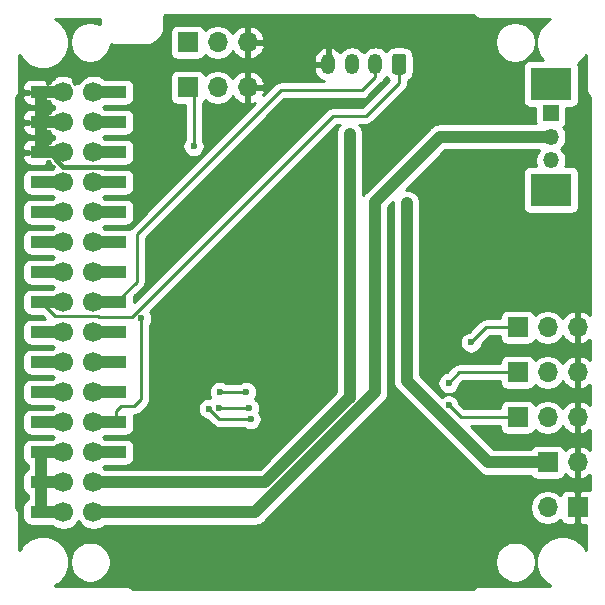
<source format=gtl>
G04 #@! TF.GenerationSoftware,KiCad,Pcbnew,(5.1.8-0-10_14)*
G04 #@! TF.CreationDate,2022-01-15T10:54:34+09:00*
G04 #@! TF.ProjectId,M5_DirectServo,4d355f44-6972-4656-9374-536572766f2e,v1.0*
G04 #@! TF.SameCoordinates,Original*
G04 #@! TF.FileFunction,Copper,L1,Top*
G04 #@! TF.FilePolarity,Positive*
%FSLAX46Y46*%
G04 Gerber Fmt 4.6, Leading zero omitted, Abs format (unit mm)*
G04 Created by KiCad (PCBNEW (5.1.8-0-10_14)) date 2022-01-15 10:54:34*
%MOMM*%
%LPD*%
G01*
G04 APERTURE LIST*
G04 #@! TA.AperFunction,ComponentPad*
%ADD10O,1.200000X1.750000*%
G04 #@! TD*
G04 #@! TA.AperFunction,ComponentPad*
%ADD11R,3.500000X2.800000*%
G04 #@! TD*
G04 #@! TA.AperFunction,ComponentPad*
%ADD12R,1.350000X1.350000*%
G04 #@! TD*
G04 #@! TA.AperFunction,ComponentPad*
%ADD13O,1.350000X1.350000*%
G04 #@! TD*
G04 #@! TA.AperFunction,ComponentPad*
%ADD14R,1.700000X1.700000*%
G04 #@! TD*
G04 #@! TA.AperFunction,ComponentPad*
%ADD15O,1.700000X1.700000*%
G04 #@! TD*
G04 #@! TA.AperFunction,ComponentPad*
%ADD16C,1.700000*%
G04 #@! TD*
G04 #@! TA.AperFunction,ComponentPad*
%ADD17C,0.800000*%
G04 #@! TD*
G04 #@! TA.AperFunction,SMDPad,CuDef*
%ADD18R,3.150000X1.000000*%
G04 #@! TD*
G04 #@! TA.AperFunction,ViaPad*
%ADD19C,0.600000*%
G04 #@! TD*
G04 #@! TA.AperFunction,Conductor*
%ADD20C,1.000000*%
G04 #@! TD*
G04 #@! TA.AperFunction,Conductor*
%ADD21C,0.250000*%
G04 #@! TD*
G04 #@! TA.AperFunction,Conductor*
%ADD22C,0.400000*%
G04 #@! TD*
G04 #@! TA.AperFunction,Conductor*
%ADD23C,0.254000*%
G04 #@! TD*
G04 #@! TA.AperFunction,Conductor*
%ADD24C,0.100000*%
G04 #@! TD*
G04 APERTURE END LIST*
G04 #@! TA.AperFunction,ComponentPad*
G36*
G01*
X137750000Y-87224999D02*
X137750000Y-88475001D01*
G75*
G02*
X137500001Y-88725000I-249999J0D01*
G01*
X136799999Y-88725000D01*
G75*
G02*
X136550000Y-88475001I0J249999D01*
G01*
X136550000Y-87224999D01*
G75*
G02*
X136799999Y-86975000I249999J0D01*
G01*
X137500001Y-86975000D01*
G75*
G02*
X137750000Y-87224999I0J-249999D01*
G01*
G37*
G04 #@! TD.AperFunction*
D10*
X135150000Y-87850000D03*
X133150000Y-87850000D03*
X131150000Y-87850000D03*
D11*
X150000000Y-98500000D03*
D12*
X150000000Y-92000000D03*
D13*
X150000000Y-94000000D03*
X150000000Y-96000000D03*
D11*
X150000000Y-89500000D03*
D14*
X152260000Y-125380000D03*
D15*
X149720000Y-125380000D03*
X152260000Y-121570000D03*
D14*
X149720000Y-121570000D03*
D15*
X124320000Y-86010000D03*
X121780000Y-86010000D03*
D14*
X119240000Y-86010000D03*
X119240000Y-89820000D03*
D15*
X121780000Y-89820000D03*
X124320000Y-89820000D03*
D14*
X147180000Y-110140000D03*
D15*
X149720000Y-110140000D03*
X152260000Y-110140000D03*
X152260000Y-113950000D03*
X149720000Y-113950000D03*
D14*
X147180000Y-113950000D03*
X147180000Y-117760000D03*
D15*
X149720000Y-117760000D03*
X152260000Y-117760000D03*
D16*
X111270000Y-125780000D03*
X108730000Y-125780000D03*
X111270000Y-123240000D03*
X108730000Y-123240000D03*
X111270000Y-120700000D03*
X108730000Y-120700000D03*
X111270000Y-118160000D03*
X108730000Y-118160000D03*
X111270000Y-115620000D03*
X108730000Y-115620000D03*
X111270000Y-113080000D03*
X108730000Y-113080000D03*
X111270000Y-110540000D03*
X108730000Y-110540000D03*
X111270000Y-108000000D03*
X108730000Y-108000000D03*
X111270000Y-105460000D03*
X108730000Y-105460000D03*
X111270000Y-102920000D03*
X108730000Y-102920000D03*
X111270000Y-100380000D03*
X108730000Y-100380000D03*
X111270000Y-97840000D03*
X108730000Y-97840000D03*
X111270000Y-95300000D03*
X108730000Y-95300000D03*
X111270000Y-92760000D03*
X108730000Y-92760000D03*
X111270000Y-90220000D03*
X108730000Y-90220000D03*
D17*
X113175000Y-125780000D03*
X113175000Y-123240000D03*
X113175000Y-120700000D03*
X113175000Y-118160000D03*
X113175000Y-115620000D03*
X113175000Y-113080000D03*
X113175000Y-110540000D03*
X113175000Y-108000000D03*
X113175000Y-105460000D03*
X113175000Y-102920000D03*
X113175000Y-100380000D03*
X113175000Y-97840000D03*
X113175000Y-95300000D03*
X113175000Y-92760000D03*
X113175000Y-90220000D03*
X106825000Y-125780000D03*
X106825000Y-123240000D03*
X106825000Y-120700000D03*
X106825000Y-118160000D03*
X106825000Y-115620000D03*
X106825000Y-113080000D03*
X106825000Y-110540000D03*
X106825000Y-108000000D03*
X106825000Y-105460000D03*
X106825000Y-102920000D03*
X106825000Y-100380000D03*
X106825000Y-97840000D03*
X106825000Y-95300000D03*
X106825000Y-92760000D03*
D18*
X112525000Y-125780000D03*
X107475000Y-125780000D03*
X112525000Y-123240000D03*
X107475000Y-123240000D03*
X112525000Y-120700000D03*
X107475000Y-120700000D03*
X112525000Y-118160000D03*
X107475000Y-118160000D03*
X112525000Y-115620000D03*
X107475000Y-115620000D03*
X112525000Y-113080000D03*
X107475000Y-113080000D03*
X112525000Y-110540000D03*
X107475000Y-110540000D03*
X112525000Y-108000000D03*
X107475000Y-108000000D03*
X112525000Y-105460000D03*
X107475000Y-105460000D03*
X112525000Y-102920000D03*
X112525000Y-100380000D03*
X112525000Y-97840000D03*
X112525000Y-95300000D03*
X112525000Y-92760000D03*
X112525000Y-90220000D03*
D17*
X106825000Y-90220000D03*
D18*
X107475000Y-92760000D03*
X107475000Y-95300000D03*
X107475000Y-97840000D03*
X107475000Y-100380000D03*
X107475000Y-102920000D03*
X107475000Y-90220000D03*
D19*
X127622000Y-118649000D03*
X130670000Y-96170000D03*
X128003000Y-92487000D03*
X125463000Y-95027000D03*
X120510000Y-106076000D03*
X118097000Y-96678000D03*
X119240000Y-101123000D03*
X120510000Y-99980000D03*
X130670000Y-98837000D03*
X130670000Y-101250000D03*
X130670000Y-103790000D03*
X130670000Y-106330000D03*
X130670000Y-111410000D03*
X130670000Y-113950000D03*
X139560000Y-111410000D03*
X139687000Y-106330000D03*
X139687000Y-103790000D03*
X139687000Y-101250000D03*
X139560000Y-98710000D03*
X142227000Y-98710000D03*
X142227000Y-101250000D03*
X142227000Y-103790000D03*
X142227000Y-106330000D03*
X144767000Y-98710000D03*
X144767000Y-101250000D03*
X144894000Y-103790000D03*
X144894000Y-106330000D03*
X147307000Y-106457000D03*
X147307000Y-103790000D03*
X147307000Y-101250000D03*
X147307000Y-98710000D03*
X149847000Y-101250000D03*
X149847000Y-103790000D03*
X149847000Y-106457000D03*
X152387000Y-106457000D03*
X152387000Y-103790000D03*
X152387000Y-101250000D03*
X128130000Y-98837000D03*
X128130000Y-101250000D03*
X128130000Y-103790000D03*
X128130000Y-106330000D03*
X128130000Y-108997000D03*
X128130000Y-113950000D03*
X125463000Y-101250000D03*
X125463000Y-103790000D03*
X125463000Y-106330000D03*
X125463000Y-108997000D03*
X125463000Y-111537000D03*
X120637000Y-108870000D03*
X120637000Y-111410000D03*
X120637000Y-114077000D03*
X117970000Y-113950000D03*
X117843000Y-111537000D03*
X119240000Y-117887000D03*
X116700000Y-117887000D03*
X116573000Y-120300000D03*
X119240000Y-120300000D03*
X139560000Y-91217000D03*
X139433000Y-88550000D03*
X142100000Y-88550000D03*
X144640000Y-88550000D03*
X146926000Y-88550000D03*
X114160000Y-87280000D03*
X126860000Y-84740000D03*
X126860000Y-87280000D03*
X129400000Y-87280000D03*
X129400000Y-84740000D03*
X142100000Y-86010000D03*
X144640000Y-86010000D03*
X139433000Y-86010000D03*
X134480000Y-120300000D03*
X137020000Y-120300000D03*
X134353000Y-124110000D03*
X131940000Y-124110000D03*
X129400000Y-124110000D03*
X137020000Y-124110000D03*
X139560000Y-124110000D03*
X116700000Y-131730000D03*
X119367000Y-131730000D03*
X121780000Y-131730000D03*
X124320000Y-131730000D03*
X126860000Y-131730000D03*
X129400000Y-131730000D03*
X131940000Y-131730000D03*
X134480000Y-131730000D03*
X137020000Y-131730000D03*
X139560000Y-131730000D03*
X142100000Y-131730000D03*
X137020000Y-94900000D03*
X134480000Y-94900000D03*
X134480000Y-97440000D03*
X132956000Y-93757000D03*
X137782000Y-99599000D03*
X115303000Y-109378000D03*
X124447000Y-116998000D03*
X121907000Y-116998000D03*
X124193000Y-115601000D03*
X121958000Y-115601000D03*
X124574000Y-117887000D03*
X121030389Y-117019010D03*
X119748000Y-94773000D03*
X143243000Y-111410000D03*
X141338000Y-116744000D03*
X141338000Y-114839000D03*
D20*
X107475000Y-95300000D02*
X108718000Y-95300000D01*
D21*
X107475000Y-90220000D02*
X107780000Y-90220000D01*
D20*
X106825000Y-90220000D02*
X106825000Y-92760000D01*
X106825000Y-92760000D02*
X106825000Y-95300000D01*
D22*
X117949001Y-96530001D02*
X118097000Y-96678000D01*
X108705001Y-96530001D02*
X117949001Y-96530001D01*
X107475000Y-95300000D02*
X108705001Y-96530001D01*
D20*
X113175000Y-123240000D02*
X125825000Y-123240000D01*
X132956000Y-116109000D02*
X132829000Y-116236000D01*
X132956000Y-93757000D02*
X132956000Y-116109000D01*
X125825000Y-123240000D02*
X132829000Y-116236000D01*
X106825000Y-120700000D02*
X106825000Y-123240000D01*
X106825000Y-123240000D02*
X106825000Y-125780000D01*
X137782000Y-114638402D02*
X137782000Y-99599000D01*
X144713598Y-121570000D02*
X137782000Y-114638402D01*
X148450000Y-121570000D02*
X144713598Y-121570000D01*
X148450000Y-121570000D02*
X149720000Y-121570000D01*
D21*
X112531400Y-118166400D02*
X112525000Y-118160000D01*
X114735499Y-116803501D02*
X113965501Y-116803501D01*
X115303000Y-116236000D02*
X114735499Y-116803501D01*
X115303000Y-109378000D02*
X115303000Y-116236000D01*
X113965501Y-116803501D02*
X113592499Y-116803501D01*
X113175000Y-117221000D02*
X113175000Y-118160000D01*
X113592499Y-116803501D02*
X113175000Y-117221000D01*
X124447000Y-116998000D02*
X121907000Y-116998000D01*
X124193000Y-115601000D02*
X122034000Y-115601000D01*
X122034000Y-115601000D02*
X121958000Y-115601000D01*
X121898379Y-117887000D02*
X121030389Y-117019010D01*
X124574000Y-117887000D02*
X121898379Y-117887000D01*
X119748000Y-90328000D02*
X119240000Y-89820000D01*
X119748000Y-94773000D02*
X119748000Y-90328000D01*
X144513000Y-110140000D02*
X143243000Y-111410000D01*
X145910000Y-110140000D02*
X144513000Y-110140000D01*
X145910000Y-110140000D02*
X147180000Y-110140000D01*
X142354000Y-117760000D02*
X145910000Y-117760000D01*
X141338000Y-116744000D02*
X142354000Y-117760000D01*
X145910000Y-117760000D02*
X147180000Y-117760000D01*
X127114000Y-90074000D02*
X114922000Y-102266000D01*
X114922000Y-106253000D02*
X113175000Y-108000000D01*
X114922000Y-102266000D02*
X114922000Y-106253000D01*
X135150000Y-88896000D02*
X133972000Y-90074000D01*
X135150000Y-87850000D02*
X135150000Y-88896000D01*
X133972000Y-90074000D02*
X127114000Y-90074000D01*
X107980001Y-109155001D02*
X106825000Y-108000000D01*
X111651001Y-109155001D02*
X107980001Y-109155001D01*
X111747000Y-109251000D02*
X111651001Y-109155001D01*
X137150000Y-87850000D02*
X137150000Y-89436000D01*
X137150000Y-89436000D02*
X134353000Y-92233000D01*
X114534598Y-109251000D02*
X113271000Y-109251000D01*
X134353000Y-92233000D02*
X131552598Y-92233000D01*
X131552598Y-92233000D02*
X114534598Y-109251000D01*
X113271000Y-109251000D02*
X111747000Y-109251000D01*
X142227000Y-113950000D02*
X145910000Y-113950000D01*
X141338000Y-114839000D02*
X142227000Y-113950000D01*
X145910000Y-113950000D02*
X147180000Y-113950000D01*
D20*
X124953786Y-125780000D02*
X135097999Y-115635787D01*
X135097999Y-115635787D02*
X135097999Y-99489001D01*
X113175000Y-125780000D02*
X124953786Y-125780000D01*
X140587000Y-94000000D02*
X150000000Y-94000000D01*
X135097999Y-99489001D02*
X140587000Y-94000000D01*
D23*
X143473288Y-83777379D02*
X143495525Y-83804475D01*
X143603637Y-83893200D01*
X143726980Y-83959128D01*
X143860816Y-83999727D01*
X143965123Y-84010000D01*
X143965124Y-84010000D01*
X143999999Y-84013435D01*
X144034874Y-84010000D01*
X149963950Y-84010000D01*
X149941331Y-84019369D01*
X149575271Y-84263962D01*
X149263962Y-84575271D01*
X149019369Y-84941331D01*
X148850890Y-85348075D01*
X148765000Y-85779872D01*
X148765000Y-86220128D01*
X148850890Y-86651925D01*
X149019369Y-87058669D01*
X149263962Y-87424729D01*
X149301161Y-87461928D01*
X148250000Y-87461928D01*
X148125518Y-87474188D01*
X148005820Y-87510498D01*
X147895506Y-87569463D01*
X147798815Y-87648815D01*
X147719463Y-87745506D01*
X147660498Y-87855820D01*
X147624188Y-87975518D01*
X147611928Y-88100000D01*
X147611928Y-90900000D01*
X147624188Y-91024482D01*
X147660498Y-91144180D01*
X147719463Y-91254494D01*
X147798815Y-91351185D01*
X147895506Y-91430537D01*
X148005820Y-91489502D01*
X148125518Y-91525812D01*
X148250000Y-91538072D01*
X148686928Y-91538072D01*
X148686928Y-92675000D01*
X148699188Y-92799482D01*
X148719063Y-92865000D01*
X140642752Y-92865000D01*
X140587000Y-92859509D01*
X140364501Y-92881423D01*
X140150553Y-92946324D01*
X139953377Y-93051716D01*
X139823856Y-93158011D01*
X139823854Y-93158013D01*
X139780551Y-93193551D01*
X139745013Y-93236854D01*
X134334859Y-98647010D01*
X134291551Y-98682552D01*
X134149716Y-98855378D01*
X134093383Y-98960771D01*
X134091000Y-98965229D01*
X134091000Y-93701248D01*
X134074577Y-93534501D01*
X134009676Y-93320553D01*
X133904284Y-93123377D01*
X133797286Y-92993000D01*
X134315678Y-92993000D01*
X134353000Y-92996676D01*
X134390322Y-92993000D01*
X134390333Y-92993000D01*
X134501986Y-92982003D01*
X134645247Y-92938546D01*
X134777276Y-92867974D01*
X134893001Y-92773001D01*
X134916804Y-92743997D01*
X137661003Y-89999799D01*
X137690001Y-89976001D01*
X137784974Y-89860276D01*
X137855546Y-89728247D01*
X137899003Y-89584986D01*
X137910000Y-89473333D01*
X137910000Y-89473324D01*
X137913676Y-89436001D01*
X137910000Y-89398678D01*
X137910000Y-89257976D01*
X137993387Y-89213405D01*
X138127962Y-89102962D01*
X138238405Y-88968387D01*
X138320472Y-88814851D01*
X138371008Y-88648255D01*
X138388072Y-88475001D01*
X138388072Y-87224999D01*
X138371008Y-87051745D01*
X138320472Y-86885149D01*
X138238405Y-86731613D01*
X138127962Y-86597038D01*
X137993387Y-86486595D01*
X137839851Y-86404528D01*
X137673255Y-86353992D01*
X137500001Y-86336928D01*
X136799999Y-86336928D01*
X136626745Y-86353992D01*
X136460149Y-86404528D01*
X136306613Y-86486595D01*
X136172038Y-86597038D01*
X136061595Y-86731613D01*
X136059191Y-86736111D01*
X136027502Y-86697498D01*
X135839449Y-86543167D01*
X135624901Y-86428489D01*
X135392102Y-86357870D01*
X135150000Y-86334025D01*
X134907899Y-86357870D01*
X134675100Y-86428489D01*
X134460552Y-86543167D01*
X134272499Y-86697498D01*
X134150001Y-86846763D01*
X134027502Y-86697498D01*
X133839449Y-86543167D01*
X133624901Y-86428489D01*
X133392102Y-86357870D01*
X133150000Y-86334025D01*
X132907899Y-86357870D01*
X132675100Y-86428489D01*
X132460552Y-86543167D01*
X132272499Y-86697498D01*
X132149520Y-86847349D01*
X132106307Y-86783275D01*
X131933474Y-86611922D01*
X131730533Y-86477579D01*
X131505282Y-86385409D01*
X131467609Y-86381538D01*
X131277000Y-86506269D01*
X131277000Y-87723000D01*
X131297000Y-87723000D01*
X131297000Y-87977000D01*
X131277000Y-87977000D01*
X131277000Y-87997000D01*
X131023000Y-87997000D01*
X131023000Y-87977000D01*
X129915000Y-87977000D01*
X129915000Y-88252000D01*
X129963507Y-88490496D01*
X130057610Y-88714946D01*
X130193693Y-88916725D01*
X130366526Y-89088078D01*
X130569467Y-89222421D01*
X130793274Y-89314000D01*
X127151325Y-89314000D01*
X127114000Y-89310324D01*
X127076675Y-89314000D01*
X127076667Y-89314000D01*
X126965014Y-89324997D01*
X126821753Y-89368454D01*
X126689724Y-89439026D01*
X126573999Y-89533999D01*
X126550201Y-89562997D01*
X125665372Y-90447826D01*
X125761481Y-90176891D01*
X125640814Y-89947000D01*
X124447000Y-89947000D01*
X124447000Y-91140155D01*
X124676890Y-91261476D01*
X124824099Y-91216825D01*
X124962108Y-91151090D01*
X114411003Y-101702196D01*
X114381999Y-101725999D01*
X114336100Y-101781928D01*
X114305795Y-101818854D01*
X114224482Y-101794188D01*
X114100000Y-101781928D01*
X112232035Y-101781928D01*
X112216632Y-101766525D01*
X112042240Y-101650000D01*
X112216632Y-101533475D01*
X112232035Y-101518072D01*
X114100000Y-101518072D01*
X114224482Y-101505812D01*
X114344180Y-101469502D01*
X114454494Y-101410537D01*
X114551185Y-101331185D01*
X114630537Y-101234494D01*
X114689502Y-101124180D01*
X114725812Y-101004482D01*
X114738072Y-100880000D01*
X114738072Y-99880000D01*
X114725812Y-99755518D01*
X114689502Y-99635820D01*
X114630537Y-99525506D01*
X114551185Y-99428815D01*
X114454494Y-99349463D01*
X114344180Y-99290498D01*
X114224482Y-99254188D01*
X114100000Y-99241928D01*
X112232035Y-99241928D01*
X112216632Y-99226525D01*
X112042240Y-99110000D01*
X112216632Y-98993475D01*
X112232035Y-98978072D01*
X114100000Y-98978072D01*
X114224482Y-98965812D01*
X114344180Y-98929502D01*
X114454494Y-98870537D01*
X114551185Y-98791185D01*
X114630537Y-98694494D01*
X114689502Y-98584180D01*
X114725812Y-98464482D01*
X114738072Y-98340000D01*
X114738072Y-97340000D01*
X114725812Y-97215518D01*
X114689502Y-97095820D01*
X114630537Y-96985506D01*
X114551185Y-96888815D01*
X114454494Y-96809463D01*
X114344180Y-96750498D01*
X114224482Y-96714188D01*
X114100000Y-96701928D01*
X112232035Y-96701928D01*
X112216632Y-96686525D01*
X112042240Y-96570000D01*
X112216632Y-96453475D01*
X112232035Y-96438072D01*
X114100000Y-96438072D01*
X114224482Y-96425812D01*
X114344180Y-96389502D01*
X114454494Y-96330537D01*
X114551185Y-96251185D01*
X114630537Y-96154494D01*
X114689502Y-96044180D01*
X114725812Y-95924482D01*
X114738072Y-95800000D01*
X114738072Y-94800000D01*
X114725812Y-94675518D01*
X114689502Y-94555820D01*
X114630537Y-94445506D01*
X114551185Y-94348815D01*
X114454494Y-94269463D01*
X114344180Y-94210498D01*
X114224482Y-94174188D01*
X114100000Y-94161928D01*
X112232035Y-94161928D01*
X112216632Y-94146525D01*
X112042240Y-94030000D01*
X112216632Y-93913475D01*
X112232035Y-93898072D01*
X114100000Y-93898072D01*
X114224482Y-93885812D01*
X114344180Y-93849502D01*
X114454494Y-93790537D01*
X114551185Y-93711185D01*
X114630537Y-93614494D01*
X114689502Y-93504180D01*
X114725812Y-93384482D01*
X114738072Y-93260000D01*
X114738072Y-92260000D01*
X114725812Y-92135518D01*
X114689502Y-92015820D01*
X114630537Y-91905506D01*
X114551185Y-91808815D01*
X114454494Y-91729463D01*
X114344180Y-91670498D01*
X114224482Y-91634188D01*
X114100000Y-91621928D01*
X112232035Y-91621928D01*
X112216632Y-91606525D01*
X112042240Y-91490000D01*
X112216632Y-91373475D01*
X112232035Y-91358072D01*
X114100000Y-91358072D01*
X114224482Y-91345812D01*
X114344180Y-91309502D01*
X114454494Y-91250537D01*
X114551185Y-91171185D01*
X114630537Y-91074494D01*
X114689502Y-90964180D01*
X114725812Y-90844482D01*
X114738072Y-90720000D01*
X114738072Y-89720000D01*
X114725812Y-89595518D01*
X114689502Y-89475820D01*
X114630537Y-89365506D01*
X114551185Y-89268815D01*
X114454494Y-89189463D01*
X114344180Y-89130498D01*
X114224482Y-89094188D01*
X114100000Y-89081928D01*
X112232035Y-89081928D01*
X112216632Y-89066525D01*
X112072173Y-88970000D01*
X117751928Y-88970000D01*
X117751928Y-90670000D01*
X117764188Y-90794482D01*
X117800498Y-90914180D01*
X117859463Y-91024494D01*
X117938815Y-91121185D01*
X118035506Y-91200537D01*
X118145820Y-91259502D01*
X118265518Y-91295812D01*
X118390000Y-91308072D01*
X118988001Y-91308072D01*
X118988000Y-94227464D01*
X118919414Y-94330111D01*
X118848932Y-94500271D01*
X118813000Y-94680911D01*
X118813000Y-94865089D01*
X118848932Y-95045729D01*
X118919414Y-95215889D01*
X119021738Y-95369028D01*
X119151972Y-95499262D01*
X119305111Y-95601586D01*
X119475271Y-95672068D01*
X119655911Y-95708000D01*
X119840089Y-95708000D01*
X120020729Y-95672068D01*
X120190889Y-95601586D01*
X120344028Y-95499262D01*
X120474262Y-95369028D01*
X120576586Y-95215889D01*
X120647068Y-95045729D01*
X120683000Y-94865089D01*
X120683000Y-94680911D01*
X120647068Y-94500271D01*
X120576586Y-94330111D01*
X120508000Y-94227465D01*
X120508000Y-91148419D01*
X120541185Y-91121185D01*
X120620537Y-91024494D01*
X120679502Y-90914180D01*
X120701513Y-90841620D01*
X120833368Y-90973475D01*
X121076589Y-91135990D01*
X121346842Y-91247932D01*
X121633740Y-91305000D01*
X121926260Y-91305000D01*
X122213158Y-91247932D01*
X122483411Y-91135990D01*
X122726632Y-90973475D01*
X122933475Y-90766632D01*
X123055195Y-90584466D01*
X123124822Y-90701355D01*
X123319731Y-90917588D01*
X123553080Y-91091641D01*
X123815901Y-91216825D01*
X123963110Y-91261476D01*
X124193000Y-91140155D01*
X124193000Y-89947000D01*
X124173000Y-89947000D01*
X124173000Y-89693000D01*
X124193000Y-89693000D01*
X124193000Y-88499845D01*
X124447000Y-88499845D01*
X124447000Y-89693000D01*
X125640814Y-89693000D01*
X125761481Y-89463109D01*
X125664157Y-89188748D01*
X125515178Y-88938645D01*
X125320269Y-88722412D01*
X125086920Y-88548359D01*
X124824099Y-88423175D01*
X124676890Y-88378524D01*
X124447000Y-88499845D01*
X124193000Y-88499845D01*
X123963110Y-88378524D01*
X123815901Y-88423175D01*
X123553080Y-88548359D01*
X123319731Y-88722412D01*
X123124822Y-88938645D01*
X123055195Y-89055534D01*
X122933475Y-88873368D01*
X122726632Y-88666525D01*
X122483411Y-88504010D01*
X122213158Y-88392068D01*
X121926260Y-88335000D01*
X121633740Y-88335000D01*
X121346842Y-88392068D01*
X121076589Y-88504010D01*
X120833368Y-88666525D01*
X120701513Y-88798380D01*
X120679502Y-88725820D01*
X120620537Y-88615506D01*
X120541185Y-88518815D01*
X120444494Y-88439463D01*
X120334180Y-88380498D01*
X120214482Y-88344188D01*
X120090000Y-88331928D01*
X118390000Y-88331928D01*
X118265518Y-88344188D01*
X118145820Y-88380498D01*
X118035506Y-88439463D01*
X117938815Y-88518815D01*
X117859463Y-88615506D01*
X117800498Y-88725820D01*
X117764188Y-88845518D01*
X117751928Y-88970000D01*
X112072173Y-88970000D01*
X111973411Y-88904010D01*
X111703158Y-88792068D01*
X111416260Y-88735000D01*
X111123740Y-88735000D01*
X110836842Y-88792068D01*
X110566589Y-88904010D01*
X110323368Y-89066525D01*
X110116525Y-89273368D01*
X110000689Y-89446729D01*
X109758397Y-89371208D01*
X109642826Y-89486779D01*
X109639502Y-89475820D01*
X109580537Y-89365506D01*
X109501363Y-89269032D01*
X109578792Y-89191603D01*
X109501157Y-88942528D01*
X109237117Y-88816629D01*
X108953589Y-88744661D01*
X108661469Y-88729389D01*
X108371981Y-88771401D01*
X108096253Y-88869081D01*
X107958843Y-88942528D01*
X107914550Y-89084634D01*
X107760750Y-89085000D01*
X107602000Y-89243750D01*
X107602000Y-89402254D01*
X107506839Y-89431915D01*
X107470158Y-89395234D01*
X107351836Y-89513556D01*
X107348000Y-89479438D01*
X107348000Y-89243750D01*
X107189250Y-89085000D01*
X105900000Y-89081928D01*
X105775518Y-89094188D01*
X105655820Y-89130498D01*
X105545506Y-89189463D01*
X105448815Y-89268815D01*
X105369463Y-89365506D01*
X105310498Y-89475820D01*
X105274188Y-89595518D01*
X105261928Y-89720000D01*
X105265000Y-89934250D01*
X105423750Y-90093000D01*
X105793692Y-90093000D01*
X105791649Y-90102523D01*
X105788587Y-90306377D01*
X105796035Y-90347000D01*
X105423750Y-90347000D01*
X105265000Y-90505750D01*
X105261928Y-90720000D01*
X105274188Y-90844482D01*
X105310498Y-90964180D01*
X105369463Y-91074494D01*
X105448815Y-91171185D01*
X105545506Y-91250537D01*
X105655820Y-91309502D01*
X105775518Y-91345812D01*
X105900000Y-91358072D01*
X107189250Y-91355000D01*
X107348000Y-91196250D01*
X107348000Y-90960562D01*
X107351836Y-90926444D01*
X107470158Y-91044766D01*
X107506839Y-91008085D01*
X107602000Y-91037746D01*
X107602000Y-91196250D01*
X107760750Y-91355000D01*
X107914550Y-91355366D01*
X107956514Y-91490000D01*
X107914550Y-91624634D01*
X107760750Y-91625000D01*
X107602000Y-91783750D01*
X107602000Y-91942254D01*
X107506839Y-91971915D01*
X107470158Y-91935234D01*
X107351836Y-92053556D01*
X107348000Y-92019438D01*
X107348000Y-91783750D01*
X107189250Y-91625000D01*
X105900000Y-91621928D01*
X105775518Y-91634188D01*
X105655820Y-91670498D01*
X105545506Y-91729463D01*
X105448815Y-91808815D01*
X105369463Y-91905506D01*
X105310498Y-92015820D01*
X105274188Y-92135518D01*
X105261928Y-92260000D01*
X105265000Y-92474250D01*
X105423750Y-92633000D01*
X105793692Y-92633000D01*
X105791649Y-92642523D01*
X105788587Y-92846377D01*
X105796035Y-92887000D01*
X105423750Y-92887000D01*
X105265000Y-93045750D01*
X105261928Y-93260000D01*
X105274188Y-93384482D01*
X105310498Y-93504180D01*
X105369463Y-93614494D01*
X105448815Y-93711185D01*
X105545506Y-93790537D01*
X105655820Y-93849502D01*
X105775518Y-93885812D01*
X105900000Y-93898072D01*
X107189250Y-93895000D01*
X107348000Y-93736250D01*
X107348000Y-93500562D01*
X107351836Y-93466444D01*
X107470158Y-93584766D01*
X107506839Y-93548085D01*
X107602000Y-93577746D01*
X107602000Y-93736250D01*
X107760750Y-93895000D01*
X107914550Y-93895366D01*
X107956514Y-94030000D01*
X107914550Y-94164634D01*
X107760750Y-94165000D01*
X107602000Y-94323750D01*
X107602000Y-94482254D01*
X107506839Y-94511915D01*
X107470158Y-94475234D01*
X107351836Y-94593556D01*
X107348000Y-94559438D01*
X107348000Y-94323750D01*
X107189250Y-94165000D01*
X105900000Y-94161928D01*
X105775518Y-94174188D01*
X105655820Y-94210498D01*
X105545506Y-94269463D01*
X105448815Y-94348815D01*
X105369463Y-94445506D01*
X105310498Y-94555820D01*
X105274188Y-94675518D01*
X105261928Y-94800000D01*
X105265000Y-95014250D01*
X105423750Y-95173000D01*
X105793692Y-95173000D01*
X105791649Y-95182523D01*
X105788587Y-95386377D01*
X105796035Y-95427000D01*
X105423750Y-95427000D01*
X105265000Y-95585750D01*
X105261928Y-95800000D01*
X105274188Y-95924482D01*
X105310498Y-96044180D01*
X105369463Y-96154494D01*
X105448815Y-96251185D01*
X105545506Y-96330537D01*
X105655820Y-96389502D01*
X105775518Y-96425812D01*
X105900000Y-96438072D01*
X107189250Y-96435000D01*
X107348000Y-96276250D01*
X107348000Y-96040562D01*
X107351836Y-96006444D01*
X107470158Y-96124766D01*
X107506839Y-96088085D01*
X107602000Y-96117746D01*
X107602000Y-96276250D01*
X107760750Y-96435000D01*
X107914550Y-96435366D01*
X107956729Y-96570689D01*
X107783368Y-96686525D01*
X107767965Y-96701928D01*
X105900000Y-96701928D01*
X105775518Y-96714188D01*
X105655820Y-96750498D01*
X105545506Y-96809463D01*
X105448815Y-96888815D01*
X105369463Y-96985506D01*
X105310498Y-97095820D01*
X105274188Y-97215518D01*
X105261928Y-97340000D01*
X105261928Y-98340000D01*
X105274188Y-98464482D01*
X105310498Y-98584180D01*
X105369463Y-98694494D01*
X105448815Y-98791185D01*
X105545506Y-98870537D01*
X105655820Y-98929502D01*
X105775518Y-98965812D01*
X105900000Y-98978072D01*
X107767965Y-98978072D01*
X107783368Y-98993475D01*
X107957760Y-99110000D01*
X107783368Y-99226525D01*
X107767965Y-99241928D01*
X105900000Y-99241928D01*
X105775518Y-99254188D01*
X105655820Y-99290498D01*
X105545506Y-99349463D01*
X105448815Y-99428815D01*
X105369463Y-99525506D01*
X105310498Y-99635820D01*
X105274188Y-99755518D01*
X105261928Y-99880000D01*
X105261928Y-100880000D01*
X105274188Y-101004482D01*
X105310498Y-101124180D01*
X105369463Y-101234494D01*
X105448815Y-101331185D01*
X105545506Y-101410537D01*
X105655820Y-101469502D01*
X105775518Y-101505812D01*
X105900000Y-101518072D01*
X107767965Y-101518072D01*
X107783368Y-101533475D01*
X107957760Y-101650000D01*
X107783368Y-101766525D01*
X107767965Y-101781928D01*
X105900000Y-101781928D01*
X105775518Y-101794188D01*
X105655820Y-101830498D01*
X105545506Y-101889463D01*
X105448815Y-101968815D01*
X105369463Y-102065506D01*
X105310498Y-102175820D01*
X105274188Y-102295518D01*
X105261928Y-102420000D01*
X105261928Y-103420000D01*
X105274188Y-103544482D01*
X105310498Y-103664180D01*
X105369463Y-103774494D01*
X105448815Y-103871185D01*
X105545506Y-103950537D01*
X105655820Y-104009502D01*
X105775518Y-104045812D01*
X105900000Y-104058072D01*
X107767965Y-104058072D01*
X107783368Y-104073475D01*
X107957760Y-104190000D01*
X107783368Y-104306525D01*
X107767965Y-104321928D01*
X105900000Y-104321928D01*
X105775518Y-104334188D01*
X105655820Y-104370498D01*
X105545506Y-104429463D01*
X105448815Y-104508815D01*
X105369463Y-104605506D01*
X105310498Y-104715820D01*
X105274188Y-104835518D01*
X105261928Y-104960000D01*
X105261928Y-105960000D01*
X105274188Y-106084482D01*
X105310498Y-106204180D01*
X105369463Y-106314494D01*
X105448815Y-106411185D01*
X105545506Y-106490537D01*
X105655820Y-106549502D01*
X105775518Y-106585812D01*
X105900000Y-106598072D01*
X107767965Y-106598072D01*
X107783368Y-106613475D01*
X107957760Y-106730000D01*
X107783368Y-106846525D01*
X107767965Y-106861928D01*
X105900000Y-106861928D01*
X105775518Y-106874188D01*
X105655820Y-106910498D01*
X105545506Y-106969463D01*
X105448815Y-107048815D01*
X105369463Y-107145506D01*
X105310498Y-107255820D01*
X105274188Y-107375518D01*
X105261928Y-107500000D01*
X105261928Y-108500000D01*
X105274188Y-108624482D01*
X105310498Y-108744180D01*
X105369463Y-108854494D01*
X105448815Y-108951185D01*
X105545506Y-109030537D01*
X105655820Y-109089502D01*
X105775518Y-109125812D01*
X105900000Y-109138072D01*
X106888270Y-109138072D01*
X107152126Y-109401928D01*
X105900000Y-109401928D01*
X105775518Y-109414188D01*
X105655820Y-109450498D01*
X105545506Y-109509463D01*
X105448815Y-109588815D01*
X105369463Y-109685506D01*
X105310498Y-109795820D01*
X105274188Y-109915518D01*
X105261928Y-110040000D01*
X105261928Y-111040000D01*
X105274188Y-111164482D01*
X105310498Y-111284180D01*
X105369463Y-111394494D01*
X105448815Y-111491185D01*
X105545506Y-111570537D01*
X105655820Y-111629502D01*
X105775518Y-111665812D01*
X105900000Y-111678072D01*
X107767965Y-111678072D01*
X107783368Y-111693475D01*
X107957760Y-111810000D01*
X107783368Y-111926525D01*
X107767965Y-111941928D01*
X105900000Y-111941928D01*
X105775518Y-111954188D01*
X105655820Y-111990498D01*
X105545506Y-112049463D01*
X105448815Y-112128815D01*
X105369463Y-112225506D01*
X105310498Y-112335820D01*
X105274188Y-112455518D01*
X105261928Y-112580000D01*
X105261928Y-113580000D01*
X105274188Y-113704482D01*
X105310498Y-113824180D01*
X105369463Y-113934494D01*
X105448815Y-114031185D01*
X105545506Y-114110537D01*
X105655820Y-114169502D01*
X105775518Y-114205812D01*
X105900000Y-114218072D01*
X107767965Y-114218072D01*
X107783368Y-114233475D01*
X107957760Y-114350000D01*
X107783368Y-114466525D01*
X107767965Y-114481928D01*
X105900000Y-114481928D01*
X105775518Y-114494188D01*
X105655820Y-114530498D01*
X105545506Y-114589463D01*
X105448815Y-114668815D01*
X105369463Y-114765506D01*
X105310498Y-114875820D01*
X105274188Y-114995518D01*
X105261928Y-115120000D01*
X105261928Y-116120000D01*
X105274188Y-116244482D01*
X105310498Y-116364180D01*
X105369463Y-116474494D01*
X105448815Y-116571185D01*
X105545506Y-116650537D01*
X105655820Y-116709502D01*
X105775518Y-116745812D01*
X105900000Y-116758072D01*
X107767965Y-116758072D01*
X107783368Y-116773475D01*
X107957760Y-116890000D01*
X107783368Y-117006525D01*
X107767965Y-117021928D01*
X105900000Y-117021928D01*
X105775518Y-117034188D01*
X105655820Y-117070498D01*
X105545506Y-117129463D01*
X105448815Y-117208815D01*
X105369463Y-117305506D01*
X105310498Y-117415820D01*
X105274188Y-117535518D01*
X105261928Y-117660000D01*
X105261928Y-118660000D01*
X105274188Y-118784482D01*
X105310498Y-118904180D01*
X105369463Y-119014494D01*
X105448815Y-119111185D01*
X105545506Y-119190537D01*
X105655820Y-119249502D01*
X105775518Y-119285812D01*
X105900000Y-119298072D01*
X107767965Y-119298072D01*
X107783368Y-119313475D01*
X107957760Y-119430000D01*
X107783368Y-119546525D01*
X107767965Y-119561928D01*
X106849561Y-119561928D01*
X106825000Y-119559509D01*
X106800439Y-119561928D01*
X105900000Y-119561928D01*
X105775518Y-119574188D01*
X105655820Y-119610498D01*
X105545506Y-119669463D01*
X105448815Y-119748815D01*
X105369463Y-119845506D01*
X105310498Y-119955820D01*
X105274188Y-120075518D01*
X105261928Y-120200000D01*
X105261928Y-121200000D01*
X105274188Y-121324482D01*
X105310498Y-121444180D01*
X105369463Y-121554494D01*
X105448815Y-121651185D01*
X105545506Y-121730537D01*
X105655820Y-121789502D01*
X105690000Y-121799871D01*
X105690001Y-122140129D01*
X105655820Y-122150498D01*
X105545506Y-122209463D01*
X105448815Y-122288815D01*
X105369463Y-122385506D01*
X105310498Y-122495820D01*
X105274188Y-122615518D01*
X105261928Y-122740000D01*
X105261928Y-123740000D01*
X105274188Y-123864482D01*
X105310498Y-123984180D01*
X105369463Y-124094494D01*
X105448815Y-124191185D01*
X105545506Y-124270537D01*
X105655820Y-124329502D01*
X105690000Y-124339871D01*
X105690001Y-124680129D01*
X105655820Y-124690498D01*
X105545506Y-124749463D01*
X105448815Y-124828815D01*
X105369463Y-124925506D01*
X105310498Y-125035820D01*
X105274188Y-125155518D01*
X105261928Y-125280000D01*
X105261928Y-126280000D01*
X105274188Y-126404482D01*
X105310498Y-126524180D01*
X105369463Y-126634494D01*
X105448815Y-126731185D01*
X105545506Y-126810537D01*
X105655820Y-126869502D01*
X105775518Y-126905812D01*
X105900000Y-126918072D01*
X106800439Y-126918072D01*
X106825000Y-126920491D01*
X106849561Y-126918072D01*
X107767965Y-126918072D01*
X107783368Y-126933475D01*
X108026589Y-127095990D01*
X108296842Y-127207932D01*
X108583740Y-127265000D01*
X108876260Y-127265000D01*
X109163158Y-127207932D01*
X109433411Y-127095990D01*
X109676632Y-126933475D01*
X109883475Y-126726632D01*
X110000000Y-126552240D01*
X110116525Y-126726632D01*
X110323368Y-126933475D01*
X110566589Y-127095990D01*
X110836842Y-127207932D01*
X111123740Y-127265000D01*
X111416260Y-127265000D01*
X111703158Y-127207932D01*
X111973411Y-127095990D01*
X112216632Y-126933475D01*
X112232035Y-126918072D01*
X114100000Y-126918072D01*
X114131192Y-126915000D01*
X124898035Y-126915000D01*
X124953786Y-126920491D01*
X125009537Y-126915000D01*
X125009538Y-126915000D01*
X125176285Y-126898577D01*
X125390233Y-126833676D01*
X125587409Y-126728284D01*
X125760235Y-126586449D01*
X125795782Y-126543135D01*
X127105177Y-125233740D01*
X148235000Y-125233740D01*
X148235000Y-125526260D01*
X148292068Y-125813158D01*
X148404010Y-126083411D01*
X148566525Y-126326632D01*
X148773368Y-126533475D01*
X149016589Y-126695990D01*
X149286842Y-126807932D01*
X149573740Y-126865000D01*
X149866260Y-126865000D01*
X150153158Y-126807932D01*
X150423411Y-126695990D01*
X150666632Y-126533475D01*
X150798487Y-126401620D01*
X150820498Y-126474180D01*
X150879463Y-126584494D01*
X150958815Y-126681185D01*
X151055506Y-126760537D01*
X151165820Y-126819502D01*
X151285518Y-126855812D01*
X151410000Y-126868072D01*
X151974250Y-126865000D01*
X152133000Y-126706250D01*
X152133000Y-125507000D01*
X152113000Y-125507000D01*
X152113000Y-125253000D01*
X152133000Y-125253000D01*
X152133000Y-124053750D01*
X151974250Y-123895000D01*
X151410000Y-123891928D01*
X151285518Y-123904188D01*
X151165820Y-123940498D01*
X151055506Y-123999463D01*
X150958815Y-124078815D01*
X150879463Y-124175506D01*
X150820498Y-124285820D01*
X150798487Y-124358380D01*
X150666632Y-124226525D01*
X150423411Y-124064010D01*
X150153158Y-123952068D01*
X149866260Y-123895000D01*
X149573740Y-123895000D01*
X149286842Y-123952068D01*
X149016589Y-124064010D01*
X148773368Y-124226525D01*
X148566525Y-124433368D01*
X148404010Y-124676589D01*
X148292068Y-124946842D01*
X148235000Y-125233740D01*
X127105177Y-125233740D01*
X135861145Y-116477774D01*
X135904448Y-116442236D01*
X136001966Y-116323411D01*
X136046283Y-116269410D01*
X136151675Y-116072234D01*
X136216576Y-115858286D01*
X136238490Y-115635787D01*
X136232999Y-115580035D01*
X136232999Y-99959132D01*
X136647001Y-99545130D01*
X136647000Y-114582651D01*
X136641509Y-114638402D01*
X136647000Y-114694153D01*
X136663423Y-114860900D01*
X136728324Y-115074848D01*
X136833716Y-115272025D01*
X136975551Y-115444851D01*
X137018865Y-115480398D01*
X143871607Y-122333141D01*
X143907149Y-122376449D01*
X143976728Y-122433551D01*
X144079975Y-122518284D01*
X144277151Y-122623676D01*
X144491099Y-122688577D01*
X144713598Y-122710491D01*
X144769349Y-122705000D01*
X148302317Y-122705000D01*
X148339463Y-122774494D01*
X148418815Y-122871185D01*
X148515506Y-122950537D01*
X148625820Y-123009502D01*
X148745518Y-123045812D01*
X148870000Y-123058072D01*
X150570000Y-123058072D01*
X150694482Y-123045812D01*
X150814180Y-123009502D01*
X150924494Y-122950537D01*
X151021185Y-122871185D01*
X151100537Y-122774494D01*
X151159502Y-122664180D01*
X151183966Y-122583534D01*
X151259731Y-122667588D01*
X151493080Y-122841641D01*
X151755901Y-122966825D01*
X151903110Y-123011476D01*
X152133000Y-122890155D01*
X152133000Y-121697000D01*
X152113000Y-121697000D01*
X152113000Y-121443000D01*
X152133000Y-121443000D01*
X152133000Y-120249845D01*
X151903110Y-120128524D01*
X151755901Y-120173175D01*
X151493080Y-120298359D01*
X151259731Y-120472412D01*
X151183966Y-120556466D01*
X151159502Y-120475820D01*
X151100537Y-120365506D01*
X151021185Y-120268815D01*
X150924494Y-120189463D01*
X150814180Y-120130498D01*
X150694482Y-120094188D01*
X150570000Y-120081928D01*
X148870000Y-120081928D01*
X148745518Y-120094188D01*
X148625820Y-120130498D01*
X148515506Y-120189463D01*
X148418815Y-120268815D01*
X148339463Y-120365506D01*
X148302317Y-120435000D01*
X145183730Y-120435000D01*
X143268730Y-118520000D01*
X145691928Y-118520000D01*
X145691928Y-118610000D01*
X145704188Y-118734482D01*
X145740498Y-118854180D01*
X145799463Y-118964494D01*
X145878815Y-119061185D01*
X145975506Y-119140537D01*
X146085820Y-119199502D01*
X146205518Y-119235812D01*
X146330000Y-119248072D01*
X148030000Y-119248072D01*
X148154482Y-119235812D01*
X148274180Y-119199502D01*
X148384494Y-119140537D01*
X148481185Y-119061185D01*
X148560537Y-118964494D01*
X148619502Y-118854180D01*
X148641513Y-118781620D01*
X148773368Y-118913475D01*
X149016589Y-119075990D01*
X149286842Y-119187932D01*
X149573740Y-119245000D01*
X149866260Y-119245000D01*
X150153158Y-119187932D01*
X150423411Y-119075990D01*
X150666632Y-118913475D01*
X150873475Y-118706632D01*
X150995195Y-118524466D01*
X151064822Y-118641355D01*
X151259731Y-118857588D01*
X151493080Y-119031641D01*
X151755901Y-119156825D01*
X151903110Y-119201476D01*
X152133000Y-119080155D01*
X152133000Y-117887000D01*
X152113000Y-117887000D01*
X152113000Y-117633000D01*
X152133000Y-117633000D01*
X152133000Y-116439845D01*
X151903110Y-116318524D01*
X151755901Y-116363175D01*
X151493080Y-116488359D01*
X151259731Y-116662412D01*
X151064822Y-116878645D01*
X150995195Y-116995534D01*
X150873475Y-116813368D01*
X150666632Y-116606525D01*
X150423411Y-116444010D01*
X150153158Y-116332068D01*
X149866260Y-116275000D01*
X149573740Y-116275000D01*
X149286842Y-116332068D01*
X149016589Y-116444010D01*
X148773368Y-116606525D01*
X148641513Y-116738380D01*
X148619502Y-116665820D01*
X148560537Y-116555506D01*
X148481185Y-116458815D01*
X148384494Y-116379463D01*
X148274180Y-116320498D01*
X148154482Y-116284188D01*
X148030000Y-116271928D01*
X146330000Y-116271928D01*
X146205518Y-116284188D01*
X146085820Y-116320498D01*
X145975506Y-116379463D01*
X145878815Y-116458815D01*
X145799463Y-116555506D01*
X145740498Y-116665820D01*
X145704188Y-116785518D01*
X145691928Y-116910000D01*
X145691928Y-117000000D01*
X142668802Y-117000000D01*
X142261153Y-116592351D01*
X142237068Y-116471271D01*
X142166586Y-116301111D01*
X142064262Y-116147972D01*
X141934028Y-116017738D01*
X141780889Y-115915414D01*
X141610729Y-115844932D01*
X141430089Y-115809000D01*
X141245911Y-115809000D01*
X141065271Y-115844932D01*
X140895111Y-115915414D01*
X140756656Y-116007927D01*
X139495640Y-114746911D01*
X140403000Y-114746911D01*
X140403000Y-114931089D01*
X140438932Y-115111729D01*
X140509414Y-115281889D01*
X140611738Y-115435028D01*
X140741972Y-115565262D01*
X140895111Y-115667586D01*
X141065271Y-115738068D01*
X141245911Y-115774000D01*
X141430089Y-115774000D01*
X141610729Y-115738068D01*
X141780889Y-115667586D01*
X141934028Y-115565262D01*
X142064262Y-115435028D01*
X142166586Y-115281889D01*
X142237068Y-115111729D01*
X142261153Y-114990649D01*
X142541802Y-114710000D01*
X145691928Y-114710000D01*
X145691928Y-114800000D01*
X145704188Y-114924482D01*
X145740498Y-115044180D01*
X145799463Y-115154494D01*
X145878815Y-115251185D01*
X145975506Y-115330537D01*
X146085820Y-115389502D01*
X146205518Y-115425812D01*
X146330000Y-115438072D01*
X148030000Y-115438072D01*
X148154482Y-115425812D01*
X148274180Y-115389502D01*
X148384494Y-115330537D01*
X148481185Y-115251185D01*
X148560537Y-115154494D01*
X148619502Y-115044180D01*
X148641513Y-114971620D01*
X148773368Y-115103475D01*
X149016589Y-115265990D01*
X149286842Y-115377932D01*
X149573740Y-115435000D01*
X149866260Y-115435000D01*
X150153158Y-115377932D01*
X150423411Y-115265990D01*
X150666632Y-115103475D01*
X150873475Y-114896632D01*
X150995195Y-114714466D01*
X151064822Y-114831355D01*
X151259731Y-115047588D01*
X151493080Y-115221641D01*
X151755901Y-115346825D01*
X151903110Y-115391476D01*
X152133000Y-115270155D01*
X152133000Y-114077000D01*
X152113000Y-114077000D01*
X152113000Y-113823000D01*
X152133000Y-113823000D01*
X152133000Y-112629845D01*
X151903110Y-112508524D01*
X151755901Y-112553175D01*
X151493080Y-112678359D01*
X151259731Y-112852412D01*
X151064822Y-113068645D01*
X150995195Y-113185534D01*
X150873475Y-113003368D01*
X150666632Y-112796525D01*
X150423411Y-112634010D01*
X150153158Y-112522068D01*
X149866260Y-112465000D01*
X149573740Y-112465000D01*
X149286842Y-112522068D01*
X149016589Y-112634010D01*
X148773368Y-112796525D01*
X148641513Y-112928380D01*
X148619502Y-112855820D01*
X148560537Y-112745506D01*
X148481185Y-112648815D01*
X148384494Y-112569463D01*
X148274180Y-112510498D01*
X148154482Y-112474188D01*
X148030000Y-112461928D01*
X146330000Y-112461928D01*
X146205518Y-112474188D01*
X146085820Y-112510498D01*
X145975506Y-112569463D01*
X145878815Y-112648815D01*
X145799463Y-112745506D01*
X145740498Y-112855820D01*
X145704188Y-112975518D01*
X145691928Y-113100000D01*
X145691928Y-113190000D01*
X142264323Y-113190000D01*
X142227000Y-113186324D01*
X142189677Y-113190000D01*
X142189667Y-113190000D01*
X142078014Y-113200997D01*
X141934753Y-113244454D01*
X141802724Y-113315026D01*
X141686999Y-113409999D01*
X141663201Y-113438997D01*
X141186351Y-113915847D01*
X141065271Y-113939932D01*
X140895111Y-114010414D01*
X140741972Y-114112738D01*
X140611738Y-114242972D01*
X140509414Y-114396111D01*
X140438932Y-114566271D01*
X140403000Y-114746911D01*
X139495640Y-114746911D01*
X138917000Y-114168271D01*
X138917000Y-111317911D01*
X142308000Y-111317911D01*
X142308000Y-111502089D01*
X142343932Y-111682729D01*
X142414414Y-111852889D01*
X142516738Y-112006028D01*
X142646972Y-112136262D01*
X142800111Y-112238586D01*
X142970271Y-112309068D01*
X143150911Y-112345000D01*
X143335089Y-112345000D01*
X143515729Y-112309068D01*
X143685889Y-112238586D01*
X143839028Y-112136262D01*
X143969262Y-112006028D01*
X144071586Y-111852889D01*
X144142068Y-111682729D01*
X144166153Y-111561649D01*
X144827802Y-110900000D01*
X145691928Y-110900000D01*
X145691928Y-110990000D01*
X145704188Y-111114482D01*
X145740498Y-111234180D01*
X145799463Y-111344494D01*
X145878815Y-111441185D01*
X145975506Y-111520537D01*
X146085820Y-111579502D01*
X146205518Y-111615812D01*
X146330000Y-111628072D01*
X148030000Y-111628072D01*
X148154482Y-111615812D01*
X148274180Y-111579502D01*
X148384494Y-111520537D01*
X148481185Y-111441185D01*
X148560537Y-111344494D01*
X148619502Y-111234180D01*
X148641513Y-111161620D01*
X148773368Y-111293475D01*
X149016589Y-111455990D01*
X149286842Y-111567932D01*
X149573740Y-111625000D01*
X149866260Y-111625000D01*
X150153158Y-111567932D01*
X150423411Y-111455990D01*
X150666632Y-111293475D01*
X150873475Y-111086632D01*
X150995195Y-110904466D01*
X151064822Y-111021355D01*
X151259731Y-111237588D01*
X151493080Y-111411641D01*
X151755901Y-111536825D01*
X151903110Y-111581476D01*
X152133000Y-111460155D01*
X152133000Y-110267000D01*
X152113000Y-110267000D01*
X152113000Y-110013000D01*
X152133000Y-110013000D01*
X152133000Y-108819845D01*
X151903110Y-108698524D01*
X151755901Y-108743175D01*
X151493080Y-108868359D01*
X151259731Y-109042412D01*
X151064822Y-109258645D01*
X150995195Y-109375534D01*
X150873475Y-109193368D01*
X150666632Y-108986525D01*
X150423411Y-108824010D01*
X150153158Y-108712068D01*
X149866260Y-108655000D01*
X149573740Y-108655000D01*
X149286842Y-108712068D01*
X149016589Y-108824010D01*
X148773368Y-108986525D01*
X148641513Y-109118380D01*
X148619502Y-109045820D01*
X148560537Y-108935506D01*
X148481185Y-108838815D01*
X148384494Y-108759463D01*
X148274180Y-108700498D01*
X148154482Y-108664188D01*
X148030000Y-108651928D01*
X146330000Y-108651928D01*
X146205518Y-108664188D01*
X146085820Y-108700498D01*
X145975506Y-108759463D01*
X145878815Y-108838815D01*
X145799463Y-108935506D01*
X145740498Y-109045820D01*
X145704188Y-109165518D01*
X145691928Y-109290000D01*
X145691928Y-109380000D01*
X144550322Y-109380000D01*
X144512999Y-109376324D01*
X144475676Y-109380000D01*
X144475667Y-109380000D01*
X144364014Y-109390997D01*
X144220753Y-109434454D01*
X144088724Y-109505026D01*
X143972999Y-109599999D01*
X143949201Y-109628997D01*
X143091351Y-110486847D01*
X142970271Y-110510932D01*
X142800111Y-110581414D01*
X142646972Y-110683738D01*
X142516738Y-110813972D01*
X142414414Y-110967111D01*
X142343932Y-111137271D01*
X142308000Y-111317911D01*
X138917000Y-111317911D01*
X138917000Y-99543248D01*
X138900577Y-99376501D01*
X138835676Y-99162553D01*
X138730284Y-98965377D01*
X138588449Y-98792551D01*
X138415623Y-98650716D01*
X138218447Y-98545324D01*
X138004499Y-98480423D01*
X137782000Y-98458509D01*
X137728337Y-98463794D01*
X141057133Y-95135000D01*
X149012379Y-95135000D01*
X148982456Y-95164923D01*
X148839093Y-95379482D01*
X148740342Y-95617887D01*
X148690000Y-95870976D01*
X148690000Y-96129024D01*
X148740342Y-96382113D01*
X148773403Y-96461928D01*
X148250000Y-96461928D01*
X148125518Y-96474188D01*
X148005820Y-96510498D01*
X147895506Y-96569463D01*
X147798815Y-96648815D01*
X147719463Y-96745506D01*
X147660498Y-96855820D01*
X147624188Y-96975518D01*
X147611928Y-97100000D01*
X147611928Y-99900000D01*
X147624188Y-100024482D01*
X147660498Y-100144180D01*
X147719463Y-100254494D01*
X147798815Y-100351185D01*
X147895506Y-100430537D01*
X148005820Y-100489502D01*
X148125518Y-100525812D01*
X148250000Y-100538072D01*
X151750000Y-100538072D01*
X151874482Y-100525812D01*
X151994180Y-100489502D01*
X152104494Y-100430537D01*
X152201185Y-100351185D01*
X152280537Y-100254494D01*
X152339502Y-100144180D01*
X152375812Y-100024482D01*
X152388072Y-99900000D01*
X152388072Y-97100000D01*
X152375812Y-96975518D01*
X152339502Y-96855820D01*
X152280537Y-96745506D01*
X152201185Y-96648815D01*
X152104494Y-96569463D01*
X151994180Y-96510498D01*
X151874482Y-96474188D01*
X151750000Y-96461928D01*
X151226597Y-96461928D01*
X151259658Y-96382113D01*
X151310000Y-96129024D01*
X151310000Y-95870976D01*
X151259658Y-95617887D01*
X151160907Y-95379482D01*
X151017544Y-95164923D01*
X150852621Y-95000000D01*
X151017544Y-94835077D01*
X151160907Y-94620518D01*
X151259658Y-94382113D01*
X151310000Y-94129024D01*
X151310000Y-93870976D01*
X151259658Y-93617887D01*
X151160907Y-93379482D01*
X151039303Y-93197487D01*
X151126185Y-93126185D01*
X151205537Y-93029494D01*
X151264502Y-92919180D01*
X151300812Y-92799482D01*
X151313072Y-92675000D01*
X151313072Y-91538072D01*
X151750000Y-91538072D01*
X151874482Y-91525812D01*
X151994180Y-91489502D01*
X152104494Y-91430537D01*
X152201185Y-91351185D01*
X152280537Y-91254494D01*
X152339502Y-91144180D01*
X152375812Y-91024482D01*
X152388072Y-90900000D01*
X152388072Y-88100000D01*
X152375812Y-87975518D01*
X152339502Y-87855820D01*
X152314754Y-87809521D01*
X152424729Y-87736038D01*
X152736038Y-87424729D01*
X152980631Y-87058669D01*
X152990000Y-87036050D01*
X152990001Y-89965115D01*
X152986565Y-90000000D01*
X153000274Y-90139184D01*
X153040872Y-90273019D01*
X153070260Y-90327999D01*
X153106801Y-90396363D01*
X153195526Y-90504475D01*
X153222617Y-90526708D01*
X153290000Y-90594091D01*
X153290001Y-99465114D01*
X153290000Y-99465124D01*
X153290001Y-109075396D01*
X153260269Y-109042412D01*
X153026920Y-108868359D01*
X152764099Y-108743175D01*
X152616890Y-108698524D01*
X152387000Y-108819845D01*
X152387000Y-110013000D01*
X152407000Y-110013000D01*
X152407000Y-110267000D01*
X152387000Y-110267000D01*
X152387000Y-111460155D01*
X152616890Y-111581476D01*
X152764099Y-111536825D01*
X153026920Y-111411641D01*
X153260269Y-111237588D01*
X153290001Y-111204604D01*
X153290001Y-112885397D01*
X153260269Y-112852412D01*
X153026920Y-112678359D01*
X152764099Y-112553175D01*
X152616890Y-112508524D01*
X152387000Y-112629845D01*
X152387000Y-113823000D01*
X152407000Y-113823000D01*
X152407000Y-114077000D01*
X152387000Y-114077000D01*
X152387000Y-115270155D01*
X152616890Y-115391476D01*
X152764099Y-115346825D01*
X153026920Y-115221641D01*
X153260269Y-115047588D01*
X153290001Y-115014603D01*
X153290001Y-116695397D01*
X153260269Y-116662412D01*
X153026920Y-116488359D01*
X152764099Y-116363175D01*
X152616890Y-116318524D01*
X152387000Y-116439845D01*
X152387000Y-117633000D01*
X152407000Y-117633000D01*
X152407000Y-117887000D01*
X152387000Y-117887000D01*
X152387000Y-119080155D01*
X152616890Y-119201476D01*
X152764099Y-119156825D01*
X153026920Y-119031641D01*
X153260269Y-118857588D01*
X153290001Y-118824603D01*
X153290001Y-120505396D01*
X153260269Y-120472412D01*
X153026920Y-120298359D01*
X152764099Y-120173175D01*
X152616890Y-120128524D01*
X152387000Y-120249845D01*
X152387000Y-121443000D01*
X152407000Y-121443000D01*
X152407000Y-121697000D01*
X152387000Y-121697000D01*
X152387000Y-122890155D01*
X152616890Y-123011476D01*
X152764099Y-122966825D01*
X153026920Y-122841641D01*
X153260269Y-122667588D01*
X153290000Y-122634604D01*
X153290000Y-123921029D01*
X153234482Y-123904188D01*
X153110000Y-123891928D01*
X152545750Y-123895000D01*
X152387000Y-124053750D01*
X152387000Y-125253000D01*
X152407000Y-125253000D01*
X152407000Y-125507000D01*
X152387000Y-125507000D01*
X152387000Y-126706250D01*
X152545750Y-126865000D01*
X152990001Y-126867419D01*
X152990000Y-128963950D01*
X152980631Y-128941331D01*
X152736038Y-128575271D01*
X152424729Y-128263962D01*
X152058669Y-128019369D01*
X151651925Y-127850890D01*
X151220128Y-127765000D01*
X150779872Y-127765000D01*
X150348075Y-127850890D01*
X149941331Y-128019369D01*
X149575271Y-128263962D01*
X149263962Y-128575271D01*
X149019369Y-128941331D01*
X148850890Y-129348075D01*
X148765000Y-129779872D01*
X148765000Y-130220128D01*
X148850890Y-130651925D01*
X149019369Y-131058669D01*
X149263962Y-131424729D01*
X149575271Y-131736038D01*
X149941331Y-131980631D01*
X149963950Y-131990000D01*
X144034874Y-131990000D01*
X143999999Y-131986565D01*
X143965124Y-131990000D01*
X143965123Y-131990000D01*
X143860816Y-132000273D01*
X143726980Y-132040872D01*
X143603637Y-132106800D01*
X143495525Y-132195525D01*
X143473288Y-132222621D01*
X143405909Y-132290000D01*
X114594091Y-132290000D01*
X114526712Y-132222621D01*
X114504475Y-132195525D01*
X114396363Y-132106800D01*
X114273020Y-132040872D01*
X114139184Y-132000273D01*
X114034877Y-131990000D01*
X114034875Y-131990000D01*
X114000000Y-131986565D01*
X113965125Y-131990000D01*
X108036050Y-131990000D01*
X108058669Y-131980631D01*
X108424729Y-131736038D01*
X108736038Y-131424729D01*
X108980631Y-131058669D01*
X109149110Y-130651925D01*
X109235000Y-130220128D01*
X109235000Y-129829117D01*
X109265000Y-129829117D01*
X109265000Y-130170883D01*
X109331675Y-130506081D01*
X109462463Y-130821831D01*
X109652337Y-131105998D01*
X109894002Y-131347663D01*
X110178169Y-131537537D01*
X110493919Y-131668325D01*
X110829117Y-131735000D01*
X111170883Y-131735000D01*
X111506081Y-131668325D01*
X111821831Y-131537537D01*
X112105998Y-131347663D01*
X112347663Y-131105998D01*
X112537537Y-130821831D01*
X112668325Y-130506081D01*
X112735000Y-130170883D01*
X112735000Y-129829117D01*
X145265000Y-129829117D01*
X145265000Y-130170883D01*
X145331675Y-130506081D01*
X145462463Y-130821831D01*
X145652337Y-131105998D01*
X145894002Y-131347663D01*
X146178169Y-131537537D01*
X146493919Y-131668325D01*
X146829117Y-131735000D01*
X147170883Y-131735000D01*
X147506081Y-131668325D01*
X147821831Y-131537537D01*
X148105998Y-131347663D01*
X148347663Y-131105998D01*
X148537537Y-130821831D01*
X148668325Y-130506081D01*
X148735000Y-130170883D01*
X148735000Y-129829117D01*
X148668325Y-129493919D01*
X148537537Y-129178169D01*
X148347663Y-128894002D01*
X148105998Y-128652337D01*
X147821831Y-128462463D01*
X147506081Y-128331675D01*
X147170883Y-128265000D01*
X146829117Y-128265000D01*
X146493919Y-128331675D01*
X146178169Y-128462463D01*
X145894002Y-128652337D01*
X145652337Y-128894002D01*
X145462463Y-129178169D01*
X145331675Y-129493919D01*
X145265000Y-129829117D01*
X112735000Y-129829117D01*
X112668325Y-129493919D01*
X112537537Y-129178169D01*
X112347663Y-128894002D01*
X112105998Y-128652337D01*
X111821831Y-128462463D01*
X111506081Y-128331675D01*
X111170883Y-128265000D01*
X110829117Y-128265000D01*
X110493919Y-128331675D01*
X110178169Y-128462463D01*
X109894002Y-128652337D01*
X109652337Y-128894002D01*
X109462463Y-129178169D01*
X109331675Y-129493919D01*
X109265000Y-129829117D01*
X109235000Y-129829117D01*
X109235000Y-129779872D01*
X109149110Y-129348075D01*
X108980631Y-128941331D01*
X108736038Y-128575271D01*
X108424729Y-128263962D01*
X108058669Y-128019369D01*
X107651925Y-127850890D01*
X107220128Y-127765000D01*
X106779872Y-127765000D01*
X106348075Y-127850890D01*
X105941331Y-128019369D01*
X105575271Y-128263962D01*
X105263962Y-128575271D01*
X105019369Y-128941331D01*
X105010000Y-128963950D01*
X105010000Y-126034874D01*
X105013435Y-125999999D01*
X105001807Y-125881939D01*
X104999727Y-125860816D01*
X104959128Y-125726980D01*
X104893200Y-125603637D01*
X104804475Y-125495525D01*
X104777379Y-125473288D01*
X104710000Y-125405909D01*
X104710000Y-90594091D01*
X104777379Y-90526712D01*
X104804475Y-90504475D01*
X104893200Y-90396363D01*
X104959128Y-90273020D01*
X104999727Y-90139184D01*
X105010000Y-90034877D01*
X105010000Y-90034876D01*
X105013435Y-90000001D01*
X105010000Y-89965126D01*
X105010000Y-87036050D01*
X105019369Y-87058669D01*
X105263962Y-87424729D01*
X105575271Y-87736038D01*
X105941331Y-87980631D01*
X106348075Y-88149110D01*
X106779872Y-88235000D01*
X107220128Y-88235000D01*
X107651925Y-88149110D01*
X108058669Y-87980631D01*
X108424729Y-87736038D01*
X108736038Y-87424729D01*
X108980631Y-87058669D01*
X109149110Y-86651925D01*
X109235000Y-86220128D01*
X109235000Y-85779872D01*
X109149110Y-85348075D01*
X108980631Y-84941331D01*
X108736038Y-84575271D01*
X108424729Y-84263962D01*
X108058669Y-84019369D01*
X108036050Y-84010000D01*
X111790000Y-84010000D01*
X111790001Y-84449278D01*
X111506081Y-84331675D01*
X111170883Y-84265000D01*
X110829117Y-84265000D01*
X110493919Y-84331675D01*
X110178169Y-84462463D01*
X109894002Y-84652337D01*
X109652337Y-84894002D01*
X109462463Y-85178169D01*
X109331675Y-85493919D01*
X109265000Y-85829117D01*
X109265000Y-86170883D01*
X109331675Y-86506081D01*
X109462463Y-86821831D01*
X109652337Y-87105998D01*
X109894002Y-87347663D01*
X110178169Y-87537537D01*
X110493919Y-87668325D01*
X110829117Y-87735000D01*
X111170883Y-87735000D01*
X111506081Y-87668325D01*
X111821831Y-87537537D01*
X112105998Y-87347663D01*
X112347663Y-87105998D01*
X112537537Y-86821831D01*
X112668325Y-86506081D01*
X112735000Y-86170883D01*
X112735000Y-86161561D01*
X112860816Y-86199727D01*
X112965123Y-86210000D01*
X112965125Y-86210000D01*
X113000000Y-86213435D01*
X113034875Y-86210000D01*
X115965125Y-86210000D01*
X116000000Y-86213435D01*
X116034875Y-86210000D01*
X116034877Y-86210000D01*
X116139184Y-86199727D01*
X116273020Y-86159128D01*
X116396363Y-86093200D01*
X116504475Y-86004475D01*
X116526712Y-85977379D01*
X116977383Y-85526708D01*
X117004474Y-85504475D01*
X117093200Y-85396363D01*
X117159128Y-85273020D01*
X117193412Y-85160000D01*
X117751928Y-85160000D01*
X117751928Y-86860000D01*
X117764188Y-86984482D01*
X117800498Y-87104180D01*
X117859463Y-87214494D01*
X117938815Y-87311185D01*
X118035506Y-87390537D01*
X118145820Y-87449502D01*
X118265518Y-87485812D01*
X118390000Y-87498072D01*
X120090000Y-87498072D01*
X120214482Y-87485812D01*
X120334180Y-87449502D01*
X120444494Y-87390537D01*
X120541185Y-87311185D01*
X120620537Y-87214494D01*
X120679502Y-87104180D01*
X120701513Y-87031620D01*
X120833368Y-87163475D01*
X121076589Y-87325990D01*
X121346842Y-87437932D01*
X121633740Y-87495000D01*
X121926260Y-87495000D01*
X122213158Y-87437932D01*
X122483411Y-87325990D01*
X122726632Y-87163475D01*
X122933475Y-86956632D01*
X123055195Y-86774466D01*
X123124822Y-86891355D01*
X123319731Y-87107588D01*
X123553080Y-87281641D01*
X123815901Y-87406825D01*
X123963110Y-87451476D01*
X124193000Y-87330155D01*
X124193000Y-86137000D01*
X124447000Y-86137000D01*
X124447000Y-87330155D01*
X124676890Y-87451476D01*
X124688349Y-87448000D01*
X129915000Y-87448000D01*
X129915000Y-87723000D01*
X131023000Y-87723000D01*
X131023000Y-86506269D01*
X130832391Y-86381538D01*
X130794718Y-86385409D01*
X130569467Y-86477579D01*
X130366526Y-86611922D01*
X130193693Y-86783275D01*
X130057610Y-86985054D01*
X129963507Y-87209504D01*
X129915000Y-87448000D01*
X124688349Y-87448000D01*
X124824099Y-87406825D01*
X125086920Y-87281641D01*
X125320269Y-87107588D01*
X125515178Y-86891355D01*
X125664157Y-86641252D01*
X125761481Y-86366891D01*
X125640814Y-86137000D01*
X124447000Y-86137000D01*
X124193000Y-86137000D01*
X124173000Y-86137000D01*
X124173000Y-85883000D01*
X124193000Y-85883000D01*
X124193000Y-84689845D01*
X124447000Y-84689845D01*
X124447000Y-85883000D01*
X125640814Y-85883000D01*
X125669096Y-85829117D01*
X145265000Y-85829117D01*
X145265000Y-86170883D01*
X145331675Y-86506081D01*
X145462463Y-86821831D01*
X145652337Y-87105998D01*
X145894002Y-87347663D01*
X146178169Y-87537537D01*
X146493919Y-87668325D01*
X146829117Y-87735000D01*
X147170883Y-87735000D01*
X147506081Y-87668325D01*
X147821831Y-87537537D01*
X148105998Y-87347663D01*
X148347663Y-87105998D01*
X148537537Y-86821831D01*
X148668325Y-86506081D01*
X148735000Y-86170883D01*
X148735000Y-85829117D01*
X148668325Y-85493919D01*
X148537537Y-85178169D01*
X148347663Y-84894002D01*
X148105998Y-84652337D01*
X147821831Y-84462463D01*
X147506081Y-84331675D01*
X147170883Y-84265000D01*
X146829117Y-84265000D01*
X146493919Y-84331675D01*
X146178169Y-84462463D01*
X145894002Y-84652337D01*
X145652337Y-84894002D01*
X145462463Y-85178169D01*
X145331675Y-85493919D01*
X145265000Y-85829117D01*
X125669096Y-85829117D01*
X125761481Y-85653109D01*
X125664157Y-85378748D01*
X125515178Y-85128645D01*
X125320269Y-84912412D01*
X125086920Y-84738359D01*
X124824099Y-84613175D01*
X124676890Y-84568524D01*
X124447000Y-84689845D01*
X124193000Y-84689845D01*
X123963110Y-84568524D01*
X123815901Y-84613175D01*
X123553080Y-84738359D01*
X123319731Y-84912412D01*
X123124822Y-85128645D01*
X123055195Y-85245534D01*
X122933475Y-85063368D01*
X122726632Y-84856525D01*
X122483411Y-84694010D01*
X122213158Y-84582068D01*
X121926260Y-84525000D01*
X121633740Y-84525000D01*
X121346842Y-84582068D01*
X121076589Y-84694010D01*
X120833368Y-84856525D01*
X120701513Y-84988380D01*
X120679502Y-84915820D01*
X120620537Y-84805506D01*
X120541185Y-84708815D01*
X120444494Y-84629463D01*
X120334180Y-84570498D01*
X120214482Y-84534188D01*
X120090000Y-84521928D01*
X118390000Y-84521928D01*
X118265518Y-84534188D01*
X118145820Y-84570498D01*
X118035506Y-84629463D01*
X117938815Y-84708815D01*
X117859463Y-84805506D01*
X117800498Y-84915820D01*
X117764188Y-85035518D01*
X117751928Y-85160000D01*
X117193412Y-85160000D01*
X117199727Y-85139184D01*
X117210000Y-85034877D01*
X117210000Y-85034875D01*
X117213435Y-85000000D01*
X117210000Y-84965125D01*
X117210000Y-83794091D01*
X117294091Y-83710000D01*
X143405909Y-83710000D01*
X143473288Y-83777379D01*
G04 #@! TA.AperFunction,Conductor*
D24*
G36*
X143473288Y-83777379D02*
G01*
X143495525Y-83804475D01*
X143603637Y-83893200D01*
X143726980Y-83959128D01*
X143860816Y-83999727D01*
X143965123Y-84010000D01*
X143965124Y-84010000D01*
X143999999Y-84013435D01*
X144034874Y-84010000D01*
X149963950Y-84010000D01*
X149941331Y-84019369D01*
X149575271Y-84263962D01*
X149263962Y-84575271D01*
X149019369Y-84941331D01*
X148850890Y-85348075D01*
X148765000Y-85779872D01*
X148765000Y-86220128D01*
X148850890Y-86651925D01*
X149019369Y-87058669D01*
X149263962Y-87424729D01*
X149301161Y-87461928D01*
X148250000Y-87461928D01*
X148125518Y-87474188D01*
X148005820Y-87510498D01*
X147895506Y-87569463D01*
X147798815Y-87648815D01*
X147719463Y-87745506D01*
X147660498Y-87855820D01*
X147624188Y-87975518D01*
X147611928Y-88100000D01*
X147611928Y-90900000D01*
X147624188Y-91024482D01*
X147660498Y-91144180D01*
X147719463Y-91254494D01*
X147798815Y-91351185D01*
X147895506Y-91430537D01*
X148005820Y-91489502D01*
X148125518Y-91525812D01*
X148250000Y-91538072D01*
X148686928Y-91538072D01*
X148686928Y-92675000D01*
X148699188Y-92799482D01*
X148719063Y-92865000D01*
X140642752Y-92865000D01*
X140587000Y-92859509D01*
X140364501Y-92881423D01*
X140150553Y-92946324D01*
X139953377Y-93051716D01*
X139823856Y-93158011D01*
X139823854Y-93158013D01*
X139780551Y-93193551D01*
X139745013Y-93236854D01*
X134334859Y-98647010D01*
X134291551Y-98682552D01*
X134149716Y-98855378D01*
X134093383Y-98960771D01*
X134091000Y-98965229D01*
X134091000Y-93701248D01*
X134074577Y-93534501D01*
X134009676Y-93320553D01*
X133904284Y-93123377D01*
X133797286Y-92993000D01*
X134315678Y-92993000D01*
X134353000Y-92996676D01*
X134390322Y-92993000D01*
X134390333Y-92993000D01*
X134501986Y-92982003D01*
X134645247Y-92938546D01*
X134777276Y-92867974D01*
X134893001Y-92773001D01*
X134916804Y-92743997D01*
X137661003Y-89999799D01*
X137690001Y-89976001D01*
X137784974Y-89860276D01*
X137855546Y-89728247D01*
X137899003Y-89584986D01*
X137910000Y-89473333D01*
X137910000Y-89473324D01*
X137913676Y-89436001D01*
X137910000Y-89398678D01*
X137910000Y-89257976D01*
X137993387Y-89213405D01*
X138127962Y-89102962D01*
X138238405Y-88968387D01*
X138320472Y-88814851D01*
X138371008Y-88648255D01*
X138388072Y-88475001D01*
X138388072Y-87224999D01*
X138371008Y-87051745D01*
X138320472Y-86885149D01*
X138238405Y-86731613D01*
X138127962Y-86597038D01*
X137993387Y-86486595D01*
X137839851Y-86404528D01*
X137673255Y-86353992D01*
X137500001Y-86336928D01*
X136799999Y-86336928D01*
X136626745Y-86353992D01*
X136460149Y-86404528D01*
X136306613Y-86486595D01*
X136172038Y-86597038D01*
X136061595Y-86731613D01*
X136059191Y-86736111D01*
X136027502Y-86697498D01*
X135839449Y-86543167D01*
X135624901Y-86428489D01*
X135392102Y-86357870D01*
X135150000Y-86334025D01*
X134907899Y-86357870D01*
X134675100Y-86428489D01*
X134460552Y-86543167D01*
X134272499Y-86697498D01*
X134150001Y-86846763D01*
X134027502Y-86697498D01*
X133839449Y-86543167D01*
X133624901Y-86428489D01*
X133392102Y-86357870D01*
X133150000Y-86334025D01*
X132907899Y-86357870D01*
X132675100Y-86428489D01*
X132460552Y-86543167D01*
X132272499Y-86697498D01*
X132149520Y-86847349D01*
X132106307Y-86783275D01*
X131933474Y-86611922D01*
X131730533Y-86477579D01*
X131505282Y-86385409D01*
X131467609Y-86381538D01*
X131277000Y-86506269D01*
X131277000Y-87723000D01*
X131297000Y-87723000D01*
X131297000Y-87977000D01*
X131277000Y-87977000D01*
X131277000Y-87997000D01*
X131023000Y-87997000D01*
X131023000Y-87977000D01*
X129915000Y-87977000D01*
X129915000Y-88252000D01*
X129963507Y-88490496D01*
X130057610Y-88714946D01*
X130193693Y-88916725D01*
X130366526Y-89088078D01*
X130569467Y-89222421D01*
X130793274Y-89314000D01*
X127151325Y-89314000D01*
X127114000Y-89310324D01*
X127076675Y-89314000D01*
X127076667Y-89314000D01*
X126965014Y-89324997D01*
X126821753Y-89368454D01*
X126689724Y-89439026D01*
X126573999Y-89533999D01*
X126550201Y-89562997D01*
X125665372Y-90447826D01*
X125761481Y-90176891D01*
X125640814Y-89947000D01*
X124447000Y-89947000D01*
X124447000Y-91140155D01*
X124676890Y-91261476D01*
X124824099Y-91216825D01*
X124962108Y-91151090D01*
X114411003Y-101702196D01*
X114381999Y-101725999D01*
X114336100Y-101781928D01*
X114305795Y-101818854D01*
X114224482Y-101794188D01*
X114100000Y-101781928D01*
X112232035Y-101781928D01*
X112216632Y-101766525D01*
X112042240Y-101650000D01*
X112216632Y-101533475D01*
X112232035Y-101518072D01*
X114100000Y-101518072D01*
X114224482Y-101505812D01*
X114344180Y-101469502D01*
X114454494Y-101410537D01*
X114551185Y-101331185D01*
X114630537Y-101234494D01*
X114689502Y-101124180D01*
X114725812Y-101004482D01*
X114738072Y-100880000D01*
X114738072Y-99880000D01*
X114725812Y-99755518D01*
X114689502Y-99635820D01*
X114630537Y-99525506D01*
X114551185Y-99428815D01*
X114454494Y-99349463D01*
X114344180Y-99290498D01*
X114224482Y-99254188D01*
X114100000Y-99241928D01*
X112232035Y-99241928D01*
X112216632Y-99226525D01*
X112042240Y-99110000D01*
X112216632Y-98993475D01*
X112232035Y-98978072D01*
X114100000Y-98978072D01*
X114224482Y-98965812D01*
X114344180Y-98929502D01*
X114454494Y-98870537D01*
X114551185Y-98791185D01*
X114630537Y-98694494D01*
X114689502Y-98584180D01*
X114725812Y-98464482D01*
X114738072Y-98340000D01*
X114738072Y-97340000D01*
X114725812Y-97215518D01*
X114689502Y-97095820D01*
X114630537Y-96985506D01*
X114551185Y-96888815D01*
X114454494Y-96809463D01*
X114344180Y-96750498D01*
X114224482Y-96714188D01*
X114100000Y-96701928D01*
X112232035Y-96701928D01*
X112216632Y-96686525D01*
X112042240Y-96570000D01*
X112216632Y-96453475D01*
X112232035Y-96438072D01*
X114100000Y-96438072D01*
X114224482Y-96425812D01*
X114344180Y-96389502D01*
X114454494Y-96330537D01*
X114551185Y-96251185D01*
X114630537Y-96154494D01*
X114689502Y-96044180D01*
X114725812Y-95924482D01*
X114738072Y-95800000D01*
X114738072Y-94800000D01*
X114725812Y-94675518D01*
X114689502Y-94555820D01*
X114630537Y-94445506D01*
X114551185Y-94348815D01*
X114454494Y-94269463D01*
X114344180Y-94210498D01*
X114224482Y-94174188D01*
X114100000Y-94161928D01*
X112232035Y-94161928D01*
X112216632Y-94146525D01*
X112042240Y-94030000D01*
X112216632Y-93913475D01*
X112232035Y-93898072D01*
X114100000Y-93898072D01*
X114224482Y-93885812D01*
X114344180Y-93849502D01*
X114454494Y-93790537D01*
X114551185Y-93711185D01*
X114630537Y-93614494D01*
X114689502Y-93504180D01*
X114725812Y-93384482D01*
X114738072Y-93260000D01*
X114738072Y-92260000D01*
X114725812Y-92135518D01*
X114689502Y-92015820D01*
X114630537Y-91905506D01*
X114551185Y-91808815D01*
X114454494Y-91729463D01*
X114344180Y-91670498D01*
X114224482Y-91634188D01*
X114100000Y-91621928D01*
X112232035Y-91621928D01*
X112216632Y-91606525D01*
X112042240Y-91490000D01*
X112216632Y-91373475D01*
X112232035Y-91358072D01*
X114100000Y-91358072D01*
X114224482Y-91345812D01*
X114344180Y-91309502D01*
X114454494Y-91250537D01*
X114551185Y-91171185D01*
X114630537Y-91074494D01*
X114689502Y-90964180D01*
X114725812Y-90844482D01*
X114738072Y-90720000D01*
X114738072Y-89720000D01*
X114725812Y-89595518D01*
X114689502Y-89475820D01*
X114630537Y-89365506D01*
X114551185Y-89268815D01*
X114454494Y-89189463D01*
X114344180Y-89130498D01*
X114224482Y-89094188D01*
X114100000Y-89081928D01*
X112232035Y-89081928D01*
X112216632Y-89066525D01*
X112072173Y-88970000D01*
X117751928Y-88970000D01*
X117751928Y-90670000D01*
X117764188Y-90794482D01*
X117800498Y-90914180D01*
X117859463Y-91024494D01*
X117938815Y-91121185D01*
X118035506Y-91200537D01*
X118145820Y-91259502D01*
X118265518Y-91295812D01*
X118390000Y-91308072D01*
X118988001Y-91308072D01*
X118988000Y-94227464D01*
X118919414Y-94330111D01*
X118848932Y-94500271D01*
X118813000Y-94680911D01*
X118813000Y-94865089D01*
X118848932Y-95045729D01*
X118919414Y-95215889D01*
X119021738Y-95369028D01*
X119151972Y-95499262D01*
X119305111Y-95601586D01*
X119475271Y-95672068D01*
X119655911Y-95708000D01*
X119840089Y-95708000D01*
X120020729Y-95672068D01*
X120190889Y-95601586D01*
X120344028Y-95499262D01*
X120474262Y-95369028D01*
X120576586Y-95215889D01*
X120647068Y-95045729D01*
X120683000Y-94865089D01*
X120683000Y-94680911D01*
X120647068Y-94500271D01*
X120576586Y-94330111D01*
X120508000Y-94227465D01*
X120508000Y-91148419D01*
X120541185Y-91121185D01*
X120620537Y-91024494D01*
X120679502Y-90914180D01*
X120701513Y-90841620D01*
X120833368Y-90973475D01*
X121076589Y-91135990D01*
X121346842Y-91247932D01*
X121633740Y-91305000D01*
X121926260Y-91305000D01*
X122213158Y-91247932D01*
X122483411Y-91135990D01*
X122726632Y-90973475D01*
X122933475Y-90766632D01*
X123055195Y-90584466D01*
X123124822Y-90701355D01*
X123319731Y-90917588D01*
X123553080Y-91091641D01*
X123815901Y-91216825D01*
X123963110Y-91261476D01*
X124193000Y-91140155D01*
X124193000Y-89947000D01*
X124173000Y-89947000D01*
X124173000Y-89693000D01*
X124193000Y-89693000D01*
X124193000Y-88499845D01*
X124447000Y-88499845D01*
X124447000Y-89693000D01*
X125640814Y-89693000D01*
X125761481Y-89463109D01*
X125664157Y-89188748D01*
X125515178Y-88938645D01*
X125320269Y-88722412D01*
X125086920Y-88548359D01*
X124824099Y-88423175D01*
X124676890Y-88378524D01*
X124447000Y-88499845D01*
X124193000Y-88499845D01*
X123963110Y-88378524D01*
X123815901Y-88423175D01*
X123553080Y-88548359D01*
X123319731Y-88722412D01*
X123124822Y-88938645D01*
X123055195Y-89055534D01*
X122933475Y-88873368D01*
X122726632Y-88666525D01*
X122483411Y-88504010D01*
X122213158Y-88392068D01*
X121926260Y-88335000D01*
X121633740Y-88335000D01*
X121346842Y-88392068D01*
X121076589Y-88504010D01*
X120833368Y-88666525D01*
X120701513Y-88798380D01*
X120679502Y-88725820D01*
X120620537Y-88615506D01*
X120541185Y-88518815D01*
X120444494Y-88439463D01*
X120334180Y-88380498D01*
X120214482Y-88344188D01*
X120090000Y-88331928D01*
X118390000Y-88331928D01*
X118265518Y-88344188D01*
X118145820Y-88380498D01*
X118035506Y-88439463D01*
X117938815Y-88518815D01*
X117859463Y-88615506D01*
X117800498Y-88725820D01*
X117764188Y-88845518D01*
X117751928Y-88970000D01*
X112072173Y-88970000D01*
X111973411Y-88904010D01*
X111703158Y-88792068D01*
X111416260Y-88735000D01*
X111123740Y-88735000D01*
X110836842Y-88792068D01*
X110566589Y-88904010D01*
X110323368Y-89066525D01*
X110116525Y-89273368D01*
X110000689Y-89446729D01*
X109758397Y-89371208D01*
X109642826Y-89486779D01*
X109639502Y-89475820D01*
X109580537Y-89365506D01*
X109501363Y-89269032D01*
X109578792Y-89191603D01*
X109501157Y-88942528D01*
X109237117Y-88816629D01*
X108953589Y-88744661D01*
X108661469Y-88729389D01*
X108371981Y-88771401D01*
X108096253Y-88869081D01*
X107958843Y-88942528D01*
X107914550Y-89084634D01*
X107760750Y-89085000D01*
X107602000Y-89243750D01*
X107602000Y-89402254D01*
X107506839Y-89431915D01*
X107470158Y-89395234D01*
X107351836Y-89513556D01*
X107348000Y-89479438D01*
X107348000Y-89243750D01*
X107189250Y-89085000D01*
X105900000Y-89081928D01*
X105775518Y-89094188D01*
X105655820Y-89130498D01*
X105545506Y-89189463D01*
X105448815Y-89268815D01*
X105369463Y-89365506D01*
X105310498Y-89475820D01*
X105274188Y-89595518D01*
X105261928Y-89720000D01*
X105265000Y-89934250D01*
X105423750Y-90093000D01*
X105793692Y-90093000D01*
X105791649Y-90102523D01*
X105788587Y-90306377D01*
X105796035Y-90347000D01*
X105423750Y-90347000D01*
X105265000Y-90505750D01*
X105261928Y-90720000D01*
X105274188Y-90844482D01*
X105310498Y-90964180D01*
X105369463Y-91074494D01*
X105448815Y-91171185D01*
X105545506Y-91250537D01*
X105655820Y-91309502D01*
X105775518Y-91345812D01*
X105900000Y-91358072D01*
X107189250Y-91355000D01*
X107348000Y-91196250D01*
X107348000Y-90960562D01*
X107351836Y-90926444D01*
X107470158Y-91044766D01*
X107506839Y-91008085D01*
X107602000Y-91037746D01*
X107602000Y-91196250D01*
X107760750Y-91355000D01*
X107914550Y-91355366D01*
X107956514Y-91490000D01*
X107914550Y-91624634D01*
X107760750Y-91625000D01*
X107602000Y-91783750D01*
X107602000Y-91942254D01*
X107506839Y-91971915D01*
X107470158Y-91935234D01*
X107351836Y-92053556D01*
X107348000Y-92019438D01*
X107348000Y-91783750D01*
X107189250Y-91625000D01*
X105900000Y-91621928D01*
X105775518Y-91634188D01*
X105655820Y-91670498D01*
X105545506Y-91729463D01*
X105448815Y-91808815D01*
X105369463Y-91905506D01*
X105310498Y-92015820D01*
X105274188Y-92135518D01*
X105261928Y-92260000D01*
X105265000Y-92474250D01*
X105423750Y-92633000D01*
X105793692Y-92633000D01*
X105791649Y-92642523D01*
X105788587Y-92846377D01*
X105796035Y-92887000D01*
X105423750Y-92887000D01*
X105265000Y-93045750D01*
X105261928Y-93260000D01*
X105274188Y-93384482D01*
X105310498Y-93504180D01*
X105369463Y-93614494D01*
X105448815Y-93711185D01*
X105545506Y-93790537D01*
X105655820Y-93849502D01*
X105775518Y-93885812D01*
X105900000Y-93898072D01*
X107189250Y-93895000D01*
X107348000Y-93736250D01*
X107348000Y-93500562D01*
X107351836Y-93466444D01*
X107470158Y-93584766D01*
X107506839Y-93548085D01*
X107602000Y-93577746D01*
X107602000Y-93736250D01*
X107760750Y-93895000D01*
X107914550Y-93895366D01*
X107956514Y-94030000D01*
X107914550Y-94164634D01*
X107760750Y-94165000D01*
X107602000Y-94323750D01*
X107602000Y-94482254D01*
X107506839Y-94511915D01*
X107470158Y-94475234D01*
X107351836Y-94593556D01*
X107348000Y-94559438D01*
X107348000Y-94323750D01*
X107189250Y-94165000D01*
X105900000Y-94161928D01*
X105775518Y-94174188D01*
X105655820Y-94210498D01*
X105545506Y-94269463D01*
X105448815Y-94348815D01*
X105369463Y-94445506D01*
X105310498Y-94555820D01*
X105274188Y-94675518D01*
X105261928Y-94800000D01*
X105265000Y-95014250D01*
X105423750Y-95173000D01*
X105793692Y-95173000D01*
X105791649Y-95182523D01*
X105788587Y-95386377D01*
X105796035Y-95427000D01*
X105423750Y-95427000D01*
X105265000Y-95585750D01*
X105261928Y-95800000D01*
X105274188Y-95924482D01*
X105310498Y-96044180D01*
X105369463Y-96154494D01*
X105448815Y-96251185D01*
X105545506Y-96330537D01*
X105655820Y-96389502D01*
X105775518Y-96425812D01*
X105900000Y-96438072D01*
X107189250Y-96435000D01*
X107348000Y-96276250D01*
X107348000Y-96040562D01*
X107351836Y-96006444D01*
X107470158Y-96124766D01*
X107506839Y-96088085D01*
X107602000Y-96117746D01*
X107602000Y-96276250D01*
X107760750Y-96435000D01*
X107914550Y-96435366D01*
X107956729Y-96570689D01*
X107783368Y-96686525D01*
X107767965Y-96701928D01*
X105900000Y-96701928D01*
X105775518Y-96714188D01*
X105655820Y-96750498D01*
X105545506Y-96809463D01*
X105448815Y-96888815D01*
X105369463Y-96985506D01*
X105310498Y-97095820D01*
X105274188Y-97215518D01*
X105261928Y-97340000D01*
X105261928Y-98340000D01*
X105274188Y-98464482D01*
X105310498Y-98584180D01*
X105369463Y-98694494D01*
X105448815Y-98791185D01*
X105545506Y-98870537D01*
X105655820Y-98929502D01*
X105775518Y-98965812D01*
X105900000Y-98978072D01*
X107767965Y-98978072D01*
X107783368Y-98993475D01*
X107957760Y-99110000D01*
X107783368Y-99226525D01*
X107767965Y-99241928D01*
X105900000Y-99241928D01*
X105775518Y-99254188D01*
X105655820Y-99290498D01*
X105545506Y-99349463D01*
X105448815Y-99428815D01*
X105369463Y-99525506D01*
X105310498Y-99635820D01*
X105274188Y-99755518D01*
X105261928Y-99880000D01*
X105261928Y-100880000D01*
X105274188Y-101004482D01*
X105310498Y-101124180D01*
X105369463Y-101234494D01*
X105448815Y-101331185D01*
X105545506Y-101410537D01*
X105655820Y-101469502D01*
X105775518Y-101505812D01*
X105900000Y-101518072D01*
X107767965Y-101518072D01*
X107783368Y-101533475D01*
X107957760Y-101650000D01*
X107783368Y-101766525D01*
X107767965Y-101781928D01*
X105900000Y-101781928D01*
X105775518Y-101794188D01*
X105655820Y-101830498D01*
X105545506Y-101889463D01*
X105448815Y-101968815D01*
X105369463Y-102065506D01*
X105310498Y-102175820D01*
X105274188Y-102295518D01*
X105261928Y-102420000D01*
X105261928Y-103420000D01*
X105274188Y-103544482D01*
X105310498Y-103664180D01*
X105369463Y-103774494D01*
X105448815Y-103871185D01*
X105545506Y-103950537D01*
X105655820Y-104009502D01*
X105775518Y-104045812D01*
X105900000Y-104058072D01*
X107767965Y-104058072D01*
X107783368Y-104073475D01*
X107957760Y-104190000D01*
X107783368Y-104306525D01*
X107767965Y-104321928D01*
X105900000Y-104321928D01*
X105775518Y-104334188D01*
X105655820Y-104370498D01*
X105545506Y-104429463D01*
X105448815Y-104508815D01*
X105369463Y-104605506D01*
X105310498Y-104715820D01*
X105274188Y-104835518D01*
X105261928Y-104960000D01*
X105261928Y-105960000D01*
X105274188Y-106084482D01*
X105310498Y-106204180D01*
X105369463Y-106314494D01*
X105448815Y-106411185D01*
X105545506Y-106490537D01*
X105655820Y-106549502D01*
X105775518Y-106585812D01*
X105900000Y-106598072D01*
X107767965Y-106598072D01*
X107783368Y-106613475D01*
X107957760Y-106730000D01*
X107783368Y-106846525D01*
X107767965Y-106861928D01*
X105900000Y-106861928D01*
X105775518Y-106874188D01*
X105655820Y-106910498D01*
X105545506Y-106969463D01*
X105448815Y-107048815D01*
X105369463Y-107145506D01*
X105310498Y-107255820D01*
X105274188Y-107375518D01*
X105261928Y-107500000D01*
X105261928Y-108500000D01*
X105274188Y-108624482D01*
X105310498Y-108744180D01*
X105369463Y-108854494D01*
X105448815Y-108951185D01*
X105545506Y-109030537D01*
X105655820Y-109089502D01*
X105775518Y-109125812D01*
X105900000Y-109138072D01*
X106888270Y-109138072D01*
X107152126Y-109401928D01*
X105900000Y-109401928D01*
X105775518Y-109414188D01*
X105655820Y-109450498D01*
X105545506Y-109509463D01*
X105448815Y-109588815D01*
X105369463Y-109685506D01*
X105310498Y-109795820D01*
X105274188Y-109915518D01*
X105261928Y-110040000D01*
X105261928Y-111040000D01*
X105274188Y-111164482D01*
X105310498Y-111284180D01*
X105369463Y-111394494D01*
X105448815Y-111491185D01*
X105545506Y-111570537D01*
X105655820Y-111629502D01*
X105775518Y-111665812D01*
X105900000Y-111678072D01*
X107767965Y-111678072D01*
X107783368Y-111693475D01*
X107957760Y-111810000D01*
X107783368Y-111926525D01*
X107767965Y-111941928D01*
X105900000Y-111941928D01*
X105775518Y-111954188D01*
X105655820Y-111990498D01*
X105545506Y-112049463D01*
X105448815Y-112128815D01*
X105369463Y-112225506D01*
X105310498Y-112335820D01*
X105274188Y-112455518D01*
X105261928Y-112580000D01*
X105261928Y-113580000D01*
X105274188Y-113704482D01*
X105310498Y-113824180D01*
X105369463Y-113934494D01*
X105448815Y-114031185D01*
X105545506Y-114110537D01*
X105655820Y-114169502D01*
X105775518Y-114205812D01*
X105900000Y-114218072D01*
X107767965Y-114218072D01*
X107783368Y-114233475D01*
X107957760Y-114350000D01*
X107783368Y-114466525D01*
X107767965Y-114481928D01*
X105900000Y-114481928D01*
X105775518Y-114494188D01*
X105655820Y-114530498D01*
X105545506Y-114589463D01*
X105448815Y-114668815D01*
X105369463Y-114765506D01*
X105310498Y-114875820D01*
X105274188Y-114995518D01*
X105261928Y-115120000D01*
X105261928Y-116120000D01*
X105274188Y-116244482D01*
X105310498Y-116364180D01*
X105369463Y-116474494D01*
X105448815Y-116571185D01*
X105545506Y-116650537D01*
X105655820Y-116709502D01*
X105775518Y-116745812D01*
X105900000Y-116758072D01*
X107767965Y-116758072D01*
X107783368Y-116773475D01*
X107957760Y-116890000D01*
X107783368Y-117006525D01*
X107767965Y-117021928D01*
X105900000Y-117021928D01*
X105775518Y-117034188D01*
X105655820Y-117070498D01*
X105545506Y-117129463D01*
X105448815Y-117208815D01*
X105369463Y-117305506D01*
X105310498Y-117415820D01*
X105274188Y-117535518D01*
X105261928Y-117660000D01*
X105261928Y-118660000D01*
X105274188Y-118784482D01*
X105310498Y-118904180D01*
X105369463Y-119014494D01*
X105448815Y-119111185D01*
X105545506Y-119190537D01*
X105655820Y-119249502D01*
X105775518Y-119285812D01*
X105900000Y-119298072D01*
X107767965Y-119298072D01*
X107783368Y-119313475D01*
X107957760Y-119430000D01*
X107783368Y-119546525D01*
X107767965Y-119561928D01*
X106849561Y-119561928D01*
X106825000Y-119559509D01*
X106800439Y-119561928D01*
X105900000Y-119561928D01*
X105775518Y-119574188D01*
X105655820Y-119610498D01*
X105545506Y-119669463D01*
X105448815Y-119748815D01*
X105369463Y-119845506D01*
X105310498Y-119955820D01*
X105274188Y-120075518D01*
X105261928Y-120200000D01*
X105261928Y-121200000D01*
X105274188Y-121324482D01*
X105310498Y-121444180D01*
X105369463Y-121554494D01*
X105448815Y-121651185D01*
X105545506Y-121730537D01*
X105655820Y-121789502D01*
X105690000Y-121799871D01*
X105690001Y-122140129D01*
X105655820Y-122150498D01*
X105545506Y-122209463D01*
X105448815Y-122288815D01*
X105369463Y-122385506D01*
X105310498Y-122495820D01*
X105274188Y-122615518D01*
X105261928Y-122740000D01*
X105261928Y-123740000D01*
X105274188Y-123864482D01*
X105310498Y-123984180D01*
X105369463Y-124094494D01*
X105448815Y-124191185D01*
X105545506Y-124270537D01*
X105655820Y-124329502D01*
X105690000Y-124339871D01*
X105690001Y-124680129D01*
X105655820Y-124690498D01*
X105545506Y-124749463D01*
X105448815Y-124828815D01*
X105369463Y-124925506D01*
X105310498Y-125035820D01*
X105274188Y-125155518D01*
X105261928Y-125280000D01*
X105261928Y-126280000D01*
X105274188Y-126404482D01*
X105310498Y-126524180D01*
X105369463Y-126634494D01*
X105448815Y-126731185D01*
X105545506Y-126810537D01*
X105655820Y-126869502D01*
X105775518Y-126905812D01*
X105900000Y-126918072D01*
X106800439Y-126918072D01*
X106825000Y-126920491D01*
X106849561Y-126918072D01*
X107767965Y-126918072D01*
X107783368Y-126933475D01*
X108026589Y-127095990D01*
X108296842Y-127207932D01*
X108583740Y-127265000D01*
X108876260Y-127265000D01*
X109163158Y-127207932D01*
X109433411Y-127095990D01*
X109676632Y-126933475D01*
X109883475Y-126726632D01*
X110000000Y-126552240D01*
X110116525Y-126726632D01*
X110323368Y-126933475D01*
X110566589Y-127095990D01*
X110836842Y-127207932D01*
X111123740Y-127265000D01*
X111416260Y-127265000D01*
X111703158Y-127207932D01*
X111973411Y-127095990D01*
X112216632Y-126933475D01*
X112232035Y-126918072D01*
X114100000Y-126918072D01*
X114131192Y-126915000D01*
X124898035Y-126915000D01*
X124953786Y-126920491D01*
X125009537Y-126915000D01*
X125009538Y-126915000D01*
X125176285Y-126898577D01*
X125390233Y-126833676D01*
X125587409Y-126728284D01*
X125760235Y-126586449D01*
X125795782Y-126543135D01*
X127105177Y-125233740D01*
X148235000Y-125233740D01*
X148235000Y-125526260D01*
X148292068Y-125813158D01*
X148404010Y-126083411D01*
X148566525Y-126326632D01*
X148773368Y-126533475D01*
X149016589Y-126695990D01*
X149286842Y-126807932D01*
X149573740Y-126865000D01*
X149866260Y-126865000D01*
X150153158Y-126807932D01*
X150423411Y-126695990D01*
X150666632Y-126533475D01*
X150798487Y-126401620D01*
X150820498Y-126474180D01*
X150879463Y-126584494D01*
X150958815Y-126681185D01*
X151055506Y-126760537D01*
X151165820Y-126819502D01*
X151285518Y-126855812D01*
X151410000Y-126868072D01*
X151974250Y-126865000D01*
X152133000Y-126706250D01*
X152133000Y-125507000D01*
X152113000Y-125507000D01*
X152113000Y-125253000D01*
X152133000Y-125253000D01*
X152133000Y-124053750D01*
X151974250Y-123895000D01*
X151410000Y-123891928D01*
X151285518Y-123904188D01*
X151165820Y-123940498D01*
X151055506Y-123999463D01*
X150958815Y-124078815D01*
X150879463Y-124175506D01*
X150820498Y-124285820D01*
X150798487Y-124358380D01*
X150666632Y-124226525D01*
X150423411Y-124064010D01*
X150153158Y-123952068D01*
X149866260Y-123895000D01*
X149573740Y-123895000D01*
X149286842Y-123952068D01*
X149016589Y-124064010D01*
X148773368Y-124226525D01*
X148566525Y-124433368D01*
X148404010Y-124676589D01*
X148292068Y-124946842D01*
X148235000Y-125233740D01*
X127105177Y-125233740D01*
X135861145Y-116477774D01*
X135904448Y-116442236D01*
X136001966Y-116323411D01*
X136046283Y-116269410D01*
X136151675Y-116072234D01*
X136216576Y-115858286D01*
X136238490Y-115635787D01*
X136232999Y-115580035D01*
X136232999Y-99959132D01*
X136647001Y-99545130D01*
X136647000Y-114582651D01*
X136641509Y-114638402D01*
X136647000Y-114694153D01*
X136663423Y-114860900D01*
X136728324Y-115074848D01*
X136833716Y-115272025D01*
X136975551Y-115444851D01*
X137018865Y-115480398D01*
X143871607Y-122333141D01*
X143907149Y-122376449D01*
X143976728Y-122433551D01*
X144079975Y-122518284D01*
X144277151Y-122623676D01*
X144491099Y-122688577D01*
X144713598Y-122710491D01*
X144769349Y-122705000D01*
X148302317Y-122705000D01*
X148339463Y-122774494D01*
X148418815Y-122871185D01*
X148515506Y-122950537D01*
X148625820Y-123009502D01*
X148745518Y-123045812D01*
X148870000Y-123058072D01*
X150570000Y-123058072D01*
X150694482Y-123045812D01*
X150814180Y-123009502D01*
X150924494Y-122950537D01*
X151021185Y-122871185D01*
X151100537Y-122774494D01*
X151159502Y-122664180D01*
X151183966Y-122583534D01*
X151259731Y-122667588D01*
X151493080Y-122841641D01*
X151755901Y-122966825D01*
X151903110Y-123011476D01*
X152133000Y-122890155D01*
X152133000Y-121697000D01*
X152113000Y-121697000D01*
X152113000Y-121443000D01*
X152133000Y-121443000D01*
X152133000Y-120249845D01*
X151903110Y-120128524D01*
X151755901Y-120173175D01*
X151493080Y-120298359D01*
X151259731Y-120472412D01*
X151183966Y-120556466D01*
X151159502Y-120475820D01*
X151100537Y-120365506D01*
X151021185Y-120268815D01*
X150924494Y-120189463D01*
X150814180Y-120130498D01*
X150694482Y-120094188D01*
X150570000Y-120081928D01*
X148870000Y-120081928D01*
X148745518Y-120094188D01*
X148625820Y-120130498D01*
X148515506Y-120189463D01*
X148418815Y-120268815D01*
X148339463Y-120365506D01*
X148302317Y-120435000D01*
X145183730Y-120435000D01*
X143268730Y-118520000D01*
X145691928Y-118520000D01*
X145691928Y-118610000D01*
X145704188Y-118734482D01*
X145740498Y-118854180D01*
X145799463Y-118964494D01*
X145878815Y-119061185D01*
X145975506Y-119140537D01*
X146085820Y-119199502D01*
X146205518Y-119235812D01*
X146330000Y-119248072D01*
X148030000Y-119248072D01*
X148154482Y-119235812D01*
X148274180Y-119199502D01*
X148384494Y-119140537D01*
X148481185Y-119061185D01*
X148560537Y-118964494D01*
X148619502Y-118854180D01*
X148641513Y-118781620D01*
X148773368Y-118913475D01*
X149016589Y-119075990D01*
X149286842Y-119187932D01*
X149573740Y-119245000D01*
X149866260Y-119245000D01*
X150153158Y-119187932D01*
X150423411Y-119075990D01*
X150666632Y-118913475D01*
X150873475Y-118706632D01*
X150995195Y-118524466D01*
X151064822Y-118641355D01*
X151259731Y-118857588D01*
X151493080Y-119031641D01*
X151755901Y-119156825D01*
X151903110Y-119201476D01*
X152133000Y-119080155D01*
X152133000Y-117887000D01*
X152113000Y-117887000D01*
X152113000Y-117633000D01*
X152133000Y-117633000D01*
X152133000Y-116439845D01*
X151903110Y-116318524D01*
X151755901Y-116363175D01*
X151493080Y-116488359D01*
X151259731Y-116662412D01*
X151064822Y-116878645D01*
X150995195Y-116995534D01*
X150873475Y-116813368D01*
X150666632Y-116606525D01*
X150423411Y-116444010D01*
X150153158Y-116332068D01*
X149866260Y-116275000D01*
X149573740Y-116275000D01*
X149286842Y-116332068D01*
X149016589Y-116444010D01*
X148773368Y-116606525D01*
X148641513Y-116738380D01*
X148619502Y-116665820D01*
X148560537Y-116555506D01*
X148481185Y-116458815D01*
X148384494Y-116379463D01*
X148274180Y-116320498D01*
X148154482Y-116284188D01*
X148030000Y-116271928D01*
X146330000Y-116271928D01*
X146205518Y-116284188D01*
X146085820Y-116320498D01*
X145975506Y-116379463D01*
X145878815Y-116458815D01*
X145799463Y-116555506D01*
X145740498Y-116665820D01*
X145704188Y-116785518D01*
X145691928Y-116910000D01*
X145691928Y-117000000D01*
X142668802Y-117000000D01*
X142261153Y-116592351D01*
X142237068Y-116471271D01*
X142166586Y-116301111D01*
X142064262Y-116147972D01*
X141934028Y-116017738D01*
X141780889Y-115915414D01*
X141610729Y-115844932D01*
X141430089Y-115809000D01*
X141245911Y-115809000D01*
X141065271Y-115844932D01*
X140895111Y-115915414D01*
X140756656Y-116007927D01*
X139495640Y-114746911D01*
X140403000Y-114746911D01*
X140403000Y-114931089D01*
X140438932Y-115111729D01*
X140509414Y-115281889D01*
X140611738Y-115435028D01*
X140741972Y-115565262D01*
X140895111Y-115667586D01*
X141065271Y-115738068D01*
X141245911Y-115774000D01*
X141430089Y-115774000D01*
X141610729Y-115738068D01*
X141780889Y-115667586D01*
X141934028Y-115565262D01*
X142064262Y-115435028D01*
X142166586Y-115281889D01*
X142237068Y-115111729D01*
X142261153Y-114990649D01*
X142541802Y-114710000D01*
X145691928Y-114710000D01*
X145691928Y-114800000D01*
X145704188Y-114924482D01*
X145740498Y-115044180D01*
X145799463Y-115154494D01*
X145878815Y-115251185D01*
X145975506Y-115330537D01*
X146085820Y-115389502D01*
X146205518Y-115425812D01*
X146330000Y-115438072D01*
X148030000Y-115438072D01*
X148154482Y-115425812D01*
X148274180Y-115389502D01*
X148384494Y-115330537D01*
X148481185Y-115251185D01*
X148560537Y-115154494D01*
X148619502Y-115044180D01*
X148641513Y-114971620D01*
X148773368Y-115103475D01*
X149016589Y-115265990D01*
X149286842Y-115377932D01*
X149573740Y-115435000D01*
X149866260Y-115435000D01*
X150153158Y-115377932D01*
X150423411Y-115265990D01*
X150666632Y-115103475D01*
X150873475Y-114896632D01*
X150995195Y-114714466D01*
X151064822Y-114831355D01*
X151259731Y-115047588D01*
X151493080Y-115221641D01*
X151755901Y-115346825D01*
X151903110Y-115391476D01*
X152133000Y-115270155D01*
X152133000Y-114077000D01*
X152113000Y-114077000D01*
X152113000Y-113823000D01*
X152133000Y-113823000D01*
X152133000Y-112629845D01*
X151903110Y-112508524D01*
X151755901Y-112553175D01*
X151493080Y-112678359D01*
X151259731Y-112852412D01*
X151064822Y-113068645D01*
X150995195Y-113185534D01*
X150873475Y-113003368D01*
X150666632Y-112796525D01*
X150423411Y-112634010D01*
X150153158Y-112522068D01*
X149866260Y-112465000D01*
X149573740Y-112465000D01*
X149286842Y-112522068D01*
X149016589Y-112634010D01*
X148773368Y-112796525D01*
X148641513Y-112928380D01*
X148619502Y-112855820D01*
X148560537Y-112745506D01*
X148481185Y-112648815D01*
X148384494Y-112569463D01*
X148274180Y-112510498D01*
X148154482Y-112474188D01*
X148030000Y-112461928D01*
X146330000Y-112461928D01*
X146205518Y-112474188D01*
X146085820Y-112510498D01*
X145975506Y-112569463D01*
X145878815Y-112648815D01*
X145799463Y-112745506D01*
X145740498Y-112855820D01*
X145704188Y-112975518D01*
X145691928Y-113100000D01*
X145691928Y-113190000D01*
X142264323Y-113190000D01*
X142227000Y-113186324D01*
X142189677Y-113190000D01*
X142189667Y-113190000D01*
X142078014Y-113200997D01*
X141934753Y-113244454D01*
X141802724Y-113315026D01*
X141686999Y-113409999D01*
X141663201Y-113438997D01*
X141186351Y-113915847D01*
X141065271Y-113939932D01*
X140895111Y-114010414D01*
X140741972Y-114112738D01*
X140611738Y-114242972D01*
X140509414Y-114396111D01*
X140438932Y-114566271D01*
X140403000Y-114746911D01*
X139495640Y-114746911D01*
X138917000Y-114168271D01*
X138917000Y-111317911D01*
X142308000Y-111317911D01*
X142308000Y-111502089D01*
X142343932Y-111682729D01*
X142414414Y-111852889D01*
X142516738Y-112006028D01*
X142646972Y-112136262D01*
X142800111Y-112238586D01*
X142970271Y-112309068D01*
X143150911Y-112345000D01*
X143335089Y-112345000D01*
X143515729Y-112309068D01*
X143685889Y-112238586D01*
X143839028Y-112136262D01*
X143969262Y-112006028D01*
X144071586Y-111852889D01*
X144142068Y-111682729D01*
X144166153Y-111561649D01*
X144827802Y-110900000D01*
X145691928Y-110900000D01*
X145691928Y-110990000D01*
X145704188Y-111114482D01*
X145740498Y-111234180D01*
X145799463Y-111344494D01*
X145878815Y-111441185D01*
X145975506Y-111520537D01*
X146085820Y-111579502D01*
X146205518Y-111615812D01*
X146330000Y-111628072D01*
X148030000Y-111628072D01*
X148154482Y-111615812D01*
X148274180Y-111579502D01*
X148384494Y-111520537D01*
X148481185Y-111441185D01*
X148560537Y-111344494D01*
X148619502Y-111234180D01*
X148641513Y-111161620D01*
X148773368Y-111293475D01*
X149016589Y-111455990D01*
X149286842Y-111567932D01*
X149573740Y-111625000D01*
X149866260Y-111625000D01*
X150153158Y-111567932D01*
X150423411Y-111455990D01*
X150666632Y-111293475D01*
X150873475Y-111086632D01*
X150995195Y-110904466D01*
X151064822Y-111021355D01*
X151259731Y-111237588D01*
X151493080Y-111411641D01*
X151755901Y-111536825D01*
X151903110Y-111581476D01*
X152133000Y-111460155D01*
X152133000Y-110267000D01*
X152113000Y-110267000D01*
X152113000Y-110013000D01*
X152133000Y-110013000D01*
X152133000Y-108819845D01*
X151903110Y-108698524D01*
X151755901Y-108743175D01*
X151493080Y-108868359D01*
X151259731Y-109042412D01*
X151064822Y-109258645D01*
X150995195Y-109375534D01*
X150873475Y-109193368D01*
X150666632Y-108986525D01*
X150423411Y-108824010D01*
X150153158Y-108712068D01*
X149866260Y-108655000D01*
X149573740Y-108655000D01*
X149286842Y-108712068D01*
X149016589Y-108824010D01*
X148773368Y-108986525D01*
X148641513Y-109118380D01*
X148619502Y-109045820D01*
X148560537Y-108935506D01*
X148481185Y-108838815D01*
X148384494Y-108759463D01*
X148274180Y-108700498D01*
X148154482Y-108664188D01*
X148030000Y-108651928D01*
X146330000Y-108651928D01*
X146205518Y-108664188D01*
X146085820Y-108700498D01*
X145975506Y-108759463D01*
X145878815Y-108838815D01*
X145799463Y-108935506D01*
X145740498Y-109045820D01*
X145704188Y-109165518D01*
X145691928Y-109290000D01*
X145691928Y-109380000D01*
X144550322Y-109380000D01*
X144512999Y-109376324D01*
X144475676Y-109380000D01*
X144475667Y-109380000D01*
X144364014Y-109390997D01*
X144220753Y-109434454D01*
X144088724Y-109505026D01*
X143972999Y-109599999D01*
X143949201Y-109628997D01*
X143091351Y-110486847D01*
X142970271Y-110510932D01*
X142800111Y-110581414D01*
X142646972Y-110683738D01*
X142516738Y-110813972D01*
X142414414Y-110967111D01*
X142343932Y-111137271D01*
X142308000Y-111317911D01*
X138917000Y-111317911D01*
X138917000Y-99543248D01*
X138900577Y-99376501D01*
X138835676Y-99162553D01*
X138730284Y-98965377D01*
X138588449Y-98792551D01*
X138415623Y-98650716D01*
X138218447Y-98545324D01*
X138004499Y-98480423D01*
X137782000Y-98458509D01*
X137728337Y-98463794D01*
X141057133Y-95135000D01*
X149012379Y-95135000D01*
X148982456Y-95164923D01*
X148839093Y-95379482D01*
X148740342Y-95617887D01*
X148690000Y-95870976D01*
X148690000Y-96129024D01*
X148740342Y-96382113D01*
X148773403Y-96461928D01*
X148250000Y-96461928D01*
X148125518Y-96474188D01*
X148005820Y-96510498D01*
X147895506Y-96569463D01*
X147798815Y-96648815D01*
X147719463Y-96745506D01*
X147660498Y-96855820D01*
X147624188Y-96975518D01*
X147611928Y-97100000D01*
X147611928Y-99900000D01*
X147624188Y-100024482D01*
X147660498Y-100144180D01*
X147719463Y-100254494D01*
X147798815Y-100351185D01*
X147895506Y-100430537D01*
X148005820Y-100489502D01*
X148125518Y-100525812D01*
X148250000Y-100538072D01*
X151750000Y-100538072D01*
X151874482Y-100525812D01*
X151994180Y-100489502D01*
X152104494Y-100430537D01*
X152201185Y-100351185D01*
X152280537Y-100254494D01*
X152339502Y-100144180D01*
X152375812Y-100024482D01*
X152388072Y-99900000D01*
X152388072Y-97100000D01*
X152375812Y-96975518D01*
X152339502Y-96855820D01*
X152280537Y-96745506D01*
X152201185Y-96648815D01*
X152104494Y-96569463D01*
X151994180Y-96510498D01*
X151874482Y-96474188D01*
X151750000Y-96461928D01*
X151226597Y-96461928D01*
X151259658Y-96382113D01*
X151310000Y-96129024D01*
X151310000Y-95870976D01*
X151259658Y-95617887D01*
X151160907Y-95379482D01*
X151017544Y-95164923D01*
X150852621Y-95000000D01*
X151017544Y-94835077D01*
X151160907Y-94620518D01*
X151259658Y-94382113D01*
X151310000Y-94129024D01*
X151310000Y-93870976D01*
X151259658Y-93617887D01*
X151160907Y-93379482D01*
X151039303Y-93197487D01*
X151126185Y-93126185D01*
X151205537Y-93029494D01*
X151264502Y-92919180D01*
X151300812Y-92799482D01*
X151313072Y-92675000D01*
X151313072Y-91538072D01*
X151750000Y-91538072D01*
X151874482Y-91525812D01*
X151994180Y-91489502D01*
X152104494Y-91430537D01*
X152201185Y-91351185D01*
X152280537Y-91254494D01*
X152339502Y-91144180D01*
X152375812Y-91024482D01*
X152388072Y-90900000D01*
X152388072Y-88100000D01*
X152375812Y-87975518D01*
X152339502Y-87855820D01*
X152314754Y-87809521D01*
X152424729Y-87736038D01*
X152736038Y-87424729D01*
X152980631Y-87058669D01*
X152990000Y-87036050D01*
X152990001Y-89965115D01*
X152986565Y-90000000D01*
X153000274Y-90139184D01*
X153040872Y-90273019D01*
X153070260Y-90327999D01*
X153106801Y-90396363D01*
X153195526Y-90504475D01*
X153222617Y-90526708D01*
X153290000Y-90594091D01*
X153290001Y-99465114D01*
X153290000Y-99465124D01*
X153290001Y-109075396D01*
X153260269Y-109042412D01*
X153026920Y-108868359D01*
X152764099Y-108743175D01*
X152616890Y-108698524D01*
X152387000Y-108819845D01*
X152387000Y-110013000D01*
X152407000Y-110013000D01*
X152407000Y-110267000D01*
X152387000Y-110267000D01*
X152387000Y-111460155D01*
X152616890Y-111581476D01*
X152764099Y-111536825D01*
X153026920Y-111411641D01*
X153260269Y-111237588D01*
X153290001Y-111204604D01*
X153290001Y-112885397D01*
X153260269Y-112852412D01*
X153026920Y-112678359D01*
X152764099Y-112553175D01*
X152616890Y-112508524D01*
X152387000Y-112629845D01*
X152387000Y-113823000D01*
X152407000Y-113823000D01*
X152407000Y-114077000D01*
X152387000Y-114077000D01*
X152387000Y-115270155D01*
X152616890Y-115391476D01*
X152764099Y-115346825D01*
X153026920Y-115221641D01*
X153260269Y-115047588D01*
X153290001Y-115014603D01*
X153290001Y-116695397D01*
X153260269Y-116662412D01*
X153026920Y-116488359D01*
X152764099Y-116363175D01*
X152616890Y-116318524D01*
X152387000Y-116439845D01*
X152387000Y-117633000D01*
X152407000Y-117633000D01*
X152407000Y-117887000D01*
X152387000Y-117887000D01*
X152387000Y-119080155D01*
X152616890Y-119201476D01*
X152764099Y-119156825D01*
X153026920Y-119031641D01*
X153260269Y-118857588D01*
X153290001Y-118824603D01*
X153290001Y-120505396D01*
X153260269Y-120472412D01*
X153026920Y-120298359D01*
X152764099Y-120173175D01*
X152616890Y-120128524D01*
X152387000Y-120249845D01*
X152387000Y-121443000D01*
X152407000Y-121443000D01*
X152407000Y-121697000D01*
X152387000Y-121697000D01*
X152387000Y-122890155D01*
X152616890Y-123011476D01*
X152764099Y-122966825D01*
X153026920Y-122841641D01*
X153260269Y-122667588D01*
X153290000Y-122634604D01*
X153290000Y-123921029D01*
X153234482Y-123904188D01*
X153110000Y-123891928D01*
X152545750Y-123895000D01*
X152387000Y-124053750D01*
X152387000Y-125253000D01*
X152407000Y-125253000D01*
X152407000Y-125507000D01*
X152387000Y-125507000D01*
X152387000Y-126706250D01*
X152545750Y-126865000D01*
X152990001Y-126867419D01*
X152990000Y-128963950D01*
X152980631Y-128941331D01*
X152736038Y-128575271D01*
X152424729Y-128263962D01*
X152058669Y-128019369D01*
X151651925Y-127850890D01*
X151220128Y-127765000D01*
X150779872Y-127765000D01*
X150348075Y-127850890D01*
X149941331Y-128019369D01*
X149575271Y-128263962D01*
X149263962Y-128575271D01*
X149019369Y-128941331D01*
X148850890Y-129348075D01*
X148765000Y-129779872D01*
X148765000Y-130220128D01*
X148850890Y-130651925D01*
X149019369Y-131058669D01*
X149263962Y-131424729D01*
X149575271Y-131736038D01*
X149941331Y-131980631D01*
X149963950Y-131990000D01*
X144034874Y-131990000D01*
X143999999Y-131986565D01*
X143965124Y-131990000D01*
X143965123Y-131990000D01*
X143860816Y-132000273D01*
X143726980Y-132040872D01*
X143603637Y-132106800D01*
X143495525Y-132195525D01*
X143473288Y-132222621D01*
X143405909Y-132290000D01*
X114594091Y-132290000D01*
X114526712Y-132222621D01*
X114504475Y-132195525D01*
X114396363Y-132106800D01*
X114273020Y-132040872D01*
X114139184Y-132000273D01*
X114034877Y-131990000D01*
X114034875Y-131990000D01*
X114000000Y-131986565D01*
X113965125Y-131990000D01*
X108036050Y-131990000D01*
X108058669Y-131980631D01*
X108424729Y-131736038D01*
X108736038Y-131424729D01*
X108980631Y-131058669D01*
X109149110Y-130651925D01*
X109235000Y-130220128D01*
X109235000Y-129829117D01*
X109265000Y-129829117D01*
X109265000Y-130170883D01*
X109331675Y-130506081D01*
X109462463Y-130821831D01*
X109652337Y-131105998D01*
X109894002Y-131347663D01*
X110178169Y-131537537D01*
X110493919Y-131668325D01*
X110829117Y-131735000D01*
X111170883Y-131735000D01*
X111506081Y-131668325D01*
X111821831Y-131537537D01*
X112105998Y-131347663D01*
X112347663Y-131105998D01*
X112537537Y-130821831D01*
X112668325Y-130506081D01*
X112735000Y-130170883D01*
X112735000Y-129829117D01*
X145265000Y-129829117D01*
X145265000Y-130170883D01*
X145331675Y-130506081D01*
X145462463Y-130821831D01*
X145652337Y-131105998D01*
X145894002Y-131347663D01*
X146178169Y-131537537D01*
X146493919Y-131668325D01*
X146829117Y-131735000D01*
X147170883Y-131735000D01*
X147506081Y-131668325D01*
X147821831Y-131537537D01*
X148105998Y-131347663D01*
X148347663Y-131105998D01*
X148537537Y-130821831D01*
X148668325Y-130506081D01*
X148735000Y-130170883D01*
X148735000Y-129829117D01*
X148668325Y-129493919D01*
X148537537Y-129178169D01*
X148347663Y-128894002D01*
X148105998Y-128652337D01*
X147821831Y-128462463D01*
X147506081Y-128331675D01*
X147170883Y-128265000D01*
X146829117Y-128265000D01*
X146493919Y-128331675D01*
X146178169Y-128462463D01*
X145894002Y-128652337D01*
X145652337Y-128894002D01*
X145462463Y-129178169D01*
X145331675Y-129493919D01*
X145265000Y-129829117D01*
X112735000Y-129829117D01*
X112668325Y-129493919D01*
X112537537Y-129178169D01*
X112347663Y-128894002D01*
X112105998Y-128652337D01*
X111821831Y-128462463D01*
X111506081Y-128331675D01*
X111170883Y-128265000D01*
X110829117Y-128265000D01*
X110493919Y-128331675D01*
X110178169Y-128462463D01*
X109894002Y-128652337D01*
X109652337Y-128894002D01*
X109462463Y-129178169D01*
X109331675Y-129493919D01*
X109265000Y-129829117D01*
X109235000Y-129829117D01*
X109235000Y-129779872D01*
X109149110Y-129348075D01*
X108980631Y-128941331D01*
X108736038Y-128575271D01*
X108424729Y-128263962D01*
X108058669Y-128019369D01*
X107651925Y-127850890D01*
X107220128Y-127765000D01*
X106779872Y-127765000D01*
X106348075Y-127850890D01*
X105941331Y-128019369D01*
X105575271Y-128263962D01*
X105263962Y-128575271D01*
X105019369Y-128941331D01*
X105010000Y-128963950D01*
X105010000Y-126034874D01*
X105013435Y-125999999D01*
X105001807Y-125881939D01*
X104999727Y-125860816D01*
X104959128Y-125726980D01*
X104893200Y-125603637D01*
X104804475Y-125495525D01*
X104777379Y-125473288D01*
X104710000Y-125405909D01*
X104710000Y-90594091D01*
X104777379Y-90526712D01*
X104804475Y-90504475D01*
X104893200Y-90396363D01*
X104959128Y-90273020D01*
X104999727Y-90139184D01*
X105010000Y-90034877D01*
X105010000Y-90034876D01*
X105013435Y-90000001D01*
X105010000Y-89965126D01*
X105010000Y-87036050D01*
X105019369Y-87058669D01*
X105263962Y-87424729D01*
X105575271Y-87736038D01*
X105941331Y-87980631D01*
X106348075Y-88149110D01*
X106779872Y-88235000D01*
X107220128Y-88235000D01*
X107651925Y-88149110D01*
X108058669Y-87980631D01*
X108424729Y-87736038D01*
X108736038Y-87424729D01*
X108980631Y-87058669D01*
X109149110Y-86651925D01*
X109235000Y-86220128D01*
X109235000Y-85779872D01*
X109149110Y-85348075D01*
X108980631Y-84941331D01*
X108736038Y-84575271D01*
X108424729Y-84263962D01*
X108058669Y-84019369D01*
X108036050Y-84010000D01*
X111790000Y-84010000D01*
X111790001Y-84449278D01*
X111506081Y-84331675D01*
X111170883Y-84265000D01*
X110829117Y-84265000D01*
X110493919Y-84331675D01*
X110178169Y-84462463D01*
X109894002Y-84652337D01*
X109652337Y-84894002D01*
X109462463Y-85178169D01*
X109331675Y-85493919D01*
X109265000Y-85829117D01*
X109265000Y-86170883D01*
X109331675Y-86506081D01*
X109462463Y-86821831D01*
X109652337Y-87105998D01*
X109894002Y-87347663D01*
X110178169Y-87537537D01*
X110493919Y-87668325D01*
X110829117Y-87735000D01*
X111170883Y-87735000D01*
X111506081Y-87668325D01*
X111821831Y-87537537D01*
X112105998Y-87347663D01*
X112347663Y-87105998D01*
X112537537Y-86821831D01*
X112668325Y-86506081D01*
X112735000Y-86170883D01*
X112735000Y-86161561D01*
X112860816Y-86199727D01*
X112965123Y-86210000D01*
X112965125Y-86210000D01*
X113000000Y-86213435D01*
X113034875Y-86210000D01*
X115965125Y-86210000D01*
X116000000Y-86213435D01*
X116034875Y-86210000D01*
X116034877Y-86210000D01*
X116139184Y-86199727D01*
X116273020Y-86159128D01*
X116396363Y-86093200D01*
X116504475Y-86004475D01*
X116526712Y-85977379D01*
X116977383Y-85526708D01*
X117004474Y-85504475D01*
X117093200Y-85396363D01*
X117159128Y-85273020D01*
X117193412Y-85160000D01*
X117751928Y-85160000D01*
X117751928Y-86860000D01*
X117764188Y-86984482D01*
X117800498Y-87104180D01*
X117859463Y-87214494D01*
X117938815Y-87311185D01*
X118035506Y-87390537D01*
X118145820Y-87449502D01*
X118265518Y-87485812D01*
X118390000Y-87498072D01*
X120090000Y-87498072D01*
X120214482Y-87485812D01*
X120334180Y-87449502D01*
X120444494Y-87390537D01*
X120541185Y-87311185D01*
X120620537Y-87214494D01*
X120679502Y-87104180D01*
X120701513Y-87031620D01*
X120833368Y-87163475D01*
X121076589Y-87325990D01*
X121346842Y-87437932D01*
X121633740Y-87495000D01*
X121926260Y-87495000D01*
X122213158Y-87437932D01*
X122483411Y-87325990D01*
X122726632Y-87163475D01*
X122933475Y-86956632D01*
X123055195Y-86774466D01*
X123124822Y-86891355D01*
X123319731Y-87107588D01*
X123553080Y-87281641D01*
X123815901Y-87406825D01*
X123963110Y-87451476D01*
X124193000Y-87330155D01*
X124193000Y-86137000D01*
X124447000Y-86137000D01*
X124447000Y-87330155D01*
X124676890Y-87451476D01*
X124688349Y-87448000D01*
X129915000Y-87448000D01*
X129915000Y-87723000D01*
X131023000Y-87723000D01*
X131023000Y-86506269D01*
X130832391Y-86381538D01*
X130794718Y-86385409D01*
X130569467Y-86477579D01*
X130366526Y-86611922D01*
X130193693Y-86783275D01*
X130057610Y-86985054D01*
X129963507Y-87209504D01*
X129915000Y-87448000D01*
X124688349Y-87448000D01*
X124824099Y-87406825D01*
X125086920Y-87281641D01*
X125320269Y-87107588D01*
X125515178Y-86891355D01*
X125664157Y-86641252D01*
X125761481Y-86366891D01*
X125640814Y-86137000D01*
X124447000Y-86137000D01*
X124193000Y-86137000D01*
X124173000Y-86137000D01*
X124173000Y-85883000D01*
X124193000Y-85883000D01*
X124193000Y-84689845D01*
X124447000Y-84689845D01*
X124447000Y-85883000D01*
X125640814Y-85883000D01*
X125669096Y-85829117D01*
X145265000Y-85829117D01*
X145265000Y-86170883D01*
X145331675Y-86506081D01*
X145462463Y-86821831D01*
X145652337Y-87105998D01*
X145894002Y-87347663D01*
X146178169Y-87537537D01*
X146493919Y-87668325D01*
X146829117Y-87735000D01*
X147170883Y-87735000D01*
X147506081Y-87668325D01*
X147821831Y-87537537D01*
X148105998Y-87347663D01*
X148347663Y-87105998D01*
X148537537Y-86821831D01*
X148668325Y-86506081D01*
X148735000Y-86170883D01*
X148735000Y-85829117D01*
X148668325Y-85493919D01*
X148537537Y-85178169D01*
X148347663Y-84894002D01*
X148105998Y-84652337D01*
X147821831Y-84462463D01*
X147506081Y-84331675D01*
X147170883Y-84265000D01*
X146829117Y-84265000D01*
X146493919Y-84331675D01*
X146178169Y-84462463D01*
X145894002Y-84652337D01*
X145652337Y-84894002D01*
X145462463Y-85178169D01*
X145331675Y-85493919D01*
X145265000Y-85829117D01*
X125669096Y-85829117D01*
X125761481Y-85653109D01*
X125664157Y-85378748D01*
X125515178Y-85128645D01*
X125320269Y-84912412D01*
X125086920Y-84738359D01*
X124824099Y-84613175D01*
X124676890Y-84568524D01*
X124447000Y-84689845D01*
X124193000Y-84689845D01*
X123963110Y-84568524D01*
X123815901Y-84613175D01*
X123553080Y-84738359D01*
X123319731Y-84912412D01*
X123124822Y-85128645D01*
X123055195Y-85245534D01*
X122933475Y-85063368D01*
X122726632Y-84856525D01*
X122483411Y-84694010D01*
X122213158Y-84582068D01*
X121926260Y-84525000D01*
X121633740Y-84525000D01*
X121346842Y-84582068D01*
X121076589Y-84694010D01*
X120833368Y-84856525D01*
X120701513Y-84988380D01*
X120679502Y-84915820D01*
X120620537Y-84805506D01*
X120541185Y-84708815D01*
X120444494Y-84629463D01*
X120334180Y-84570498D01*
X120214482Y-84534188D01*
X120090000Y-84521928D01*
X118390000Y-84521928D01*
X118265518Y-84534188D01*
X118145820Y-84570498D01*
X118035506Y-84629463D01*
X117938815Y-84708815D01*
X117859463Y-84805506D01*
X117800498Y-84915820D01*
X117764188Y-85035518D01*
X117751928Y-85160000D01*
X117193412Y-85160000D01*
X117199727Y-85139184D01*
X117210000Y-85034877D01*
X117210000Y-85034875D01*
X117213435Y-85000000D01*
X117210000Y-84965125D01*
X117210000Y-83794091D01*
X117294091Y-83710000D01*
X143405909Y-83710000D01*
X143473288Y-83777379D01*
G37*
G04 #@! TD.AperFunction*
D23*
X132007716Y-93123377D02*
X131902324Y-93320554D01*
X131837423Y-93534502D01*
X131821000Y-93701249D01*
X131821001Y-115638867D01*
X125354869Y-122105000D01*
X114131192Y-122105000D01*
X114100000Y-122101928D01*
X112232035Y-122101928D01*
X112216632Y-122086525D01*
X112042240Y-121970000D01*
X112216632Y-121853475D01*
X112232035Y-121838072D01*
X114100000Y-121838072D01*
X114224482Y-121825812D01*
X114344180Y-121789502D01*
X114454494Y-121730537D01*
X114551185Y-121651185D01*
X114630537Y-121554494D01*
X114689502Y-121444180D01*
X114725812Y-121324482D01*
X114738072Y-121200000D01*
X114738072Y-120200000D01*
X114725812Y-120075518D01*
X114689502Y-119955820D01*
X114630537Y-119845506D01*
X114551185Y-119748815D01*
X114454494Y-119669463D01*
X114344180Y-119610498D01*
X114224482Y-119574188D01*
X114100000Y-119561928D01*
X112232035Y-119561928D01*
X112216632Y-119546525D01*
X112042240Y-119430000D01*
X112216632Y-119313475D01*
X112232035Y-119298072D01*
X114100000Y-119298072D01*
X114224482Y-119285812D01*
X114344180Y-119249502D01*
X114454494Y-119190537D01*
X114551185Y-119111185D01*
X114630537Y-119014494D01*
X114689502Y-118904180D01*
X114725812Y-118784482D01*
X114738072Y-118660000D01*
X114738072Y-117660000D01*
X114728866Y-117566524D01*
X114735499Y-117567177D01*
X114772821Y-117563501D01*
X114772832Y-117563501D01*
X114884485Y-117552504D01*
X115027746Y-117509047D01*
X115159775Y-117438475D01*
X115275500Y-117343502D01*
X115299302Y-117314499D01*
X115686880Y-116926921D01*
X120095389Y-116926921D01*
X120095389Y-117111099D01*
X120131321Y-117291739D01*
X120201803Y-117461899D01*
X120304127Y-117615038D01*
X120434361Y-117745272D01*
X120587500Y-117847596D01*
X120757660Y-117918078D01*
X120878740Y-117942163D01*
X121334580Y-118398003D01*
X121358378Y-118427001D01*
X121474103Y-118521974D01*
X121606132Y-118592546D01*
X121749393Y-118636003D01*
X121861046Y-118647000D01*
X121861055Y-118647000D01*
X121898378Y-118650676D01*
X121935701Y-118647000D01*
X124028465Y-118647000D01*
X124131111Y-118715586D01*
X124301271Y-118786068D01*
X124481911Y-118822000D01*
X124666089Y-118822000D01*
X124846729Y-118786068D01*
X125016889Y-118715586D01*
X125170028Y-118613262D01*
X125300262Y-118483028D01*
X125402586Y-118329889D01*
X125473068Y-118159729D01*
X125509000Y-117979089D01*
X125509000Y-117794911D01*
X125473068Y-117614271D01*
X125402586Y-117444111D01*
X125323363Y-117325545D01*
X125346068Y-117270729D01*
X125382000Y-117090089D01*
X125382000Y-116905911D01*
X125346068Y-116725271D01*
X125275586Y-116555111D01*
X125173262Y-116401972D01*
X125043028Y-116271738D01*
X124922952Y-116191506D01*
X125021586Y-116043889D01*
X125092068Y-115873729D01*
X125128000Y-115693089D01*
X125128000Y-115508911D01*
X125092068Y-115328271D01*
X125021586Y-115158111D01*
X124919262Y-115004972D01*
X124789028Y-114874738D01*
X124635889Y-114772414D01*
X124465729Y-114701932D01*
X124285089Y-114666000D01*
X124100911Y-114666000D01*
X123920271Y-114701932D01*
X123750111Y-114772414D01*
X123647465Y-114841000D01*
X122503535Y-114841000D01*
X122400889Y-114772414D01*
X122230729Y-114701932D01*
X122050089Y-114666000D01*
X121865911Y-114666000D01*
X121685271Y-114701932D01*
X121515111Y-114772414D01*
X121361972Y-114874738D01*
X121231738Y-115004972D01*
X121129414Y-115158111D01*
X121058932Y-115328271D01*
X121023000Y-115508911D01*
X121023000Y-115693089D01*
X121058932Y-115873729D01*
X121129414Y-116043889D01*
X121161394Y-116091751D01*
X121122478Y-116084010D01*
X120938300Y-116084010D01*
X120757660Y-116119942D01*
X120587500Y-116190424D01*
X120434361Y-116292748D01*
X120304127Y-116422982D01*
X120201803Y-116576121D01*
X120131321Y-116746281D01*
X120095389Y-116926921D01*
X115686880Y-116926921D01*
X115814002Y-116799800D01*
X115843001Y-116776001D01*
X115937974Y-116660276D01*
X116008546Y-116528247D01*
X116052003Y-116384986D01*
X116063000Y-116273333D01*
X116066677Y-116236000D01*
X116063000Y-116198667D01*
X116063000Y-109923535D01*
X116131586Y-109820889D01*
X116202068Y-109650729D01*
X116238000Y-109470089D01*
X116238000Y-109285911D01*
X116202068Y-109105271D01*
X116131586Y-108935111D01*
X116048955Y-108811444D01*
X131867401Y-92993000D01*
X132114714Y-92993000D01*
X132007716Y-93123377D01*
G04 #@! TA.AperFunction,Conductor*
D24*
G36*
X132007716Y-93123377D02*
G01*
X131902324Y-93320554D01*
X131837423Y-93534502D01*
X131821000Y-93701249D01*
X131821001Y-115638867D01*
X125354869Y-122105000D01*
X114131192Y-122105000D01*
X114100000Y-122101928D01*
X112232035Y-122101928D01*
X112216632Y-122086525D01*
X112042240Y-121970000D01*
X112216632Y-121853475D01*
X112232035Y-121838072D01*
X114100000Y-121838072D01*
X114224482Y-121825812D01*
X114344180Y-121789502D01*
X114454494Y-121730537D01*
X114551185Y-121651185D01*
X114630537Y-121554494D01*
X114689502Y-121444180D01*
X114725812Y-121324482D01*
X114738072Y-121200000D01*
X114738072Y-120200000D01*
X114725812Y-120075518D01*
X114689502Y-119955820D01*
X114630537Y-119845506D01*
X114551185Y-119748815D01*
X114454494Y-119669463D01*
X114344180Y-119610498D01*
X114224482Y-119574188D01*
X114100000Y-119561928D01*
X112232035Y-119561928D01*
X112216632Y-119546525D01*
X112042240Y-119430000D01*
X112216632Y-119313475D01*
X112232035Y-119298072D01*
X114100000Y-119298072D01*
X114224482Y-119285812D01*
X114344180Y-119249502D01*
X114454494Y-119190537D01*
X114551185Y-119111185D01*
X114630537Y-119014494D01*
X114689502Y-118904180D01*
X114725812Y-118784482D01*
X114738072Y-118660000D01*
X114738072Y-117660000D01*
X114728866Y-117566524D01*
X114735499Y-117567177D01*
X114772821Y-117563501D01*
X114772832Y-117563501D01*
X114884485Y-117552504D01*
X115027746Y-117509047D01*
X115159775Y-117438475D01*
X115275500Y-117343502D01*
X115299302Y-117314499D01*
X115686880Y-116926921D01*
X120095389Y-116926921D01*
X120095389Y-117111099D01*
X120131321Y-117291739D01*
X120201803Y-117461899D01*
X120304127Y-117615038D01*
X120434361Y-117745272D01*
X120587500Y-117847596D01*
X120757660Y-117918078D01*
X120878740Y-117942163D01*
X121334580Y-118398003D01*
X121358378Y-118427001D01*
X121474103Y-118521974D01*
X121606132Y-118592546D01*
X121749393Y-118636003D01*
X121861046Y-118647000D01*
X121861055Y-118647000D01*
X121898378Y-118650676D01*
X121935701Y-118647000D01*
X124028465Y-118647000D01*
X124131111Y-118715586D01*
X124301271Y-118786068D01*
X124481911Y-118822000D01*
X124666089Y-118822000D01*
X124846729Y-118786068D01*
X125016889Y-118715586D01*
X125170028Y-118613262D01*
X125300262Y-118483028D01*
X125402586Y-118329889D01*
X125473068Y-118159729D01*
X125509000Y-117979089D01*
X125509000Y-117794911D01*
X125473068Y-117614271D01*
X125402586Y-117444111D01*
X125323363Y-117325545D01*
X125346068Y-117270729D01*
X125382000Y-117090089D01*
X125382000Y-116905911D01*
X125346068Y-116725271D01*
X125275586Y-116555111D01*
X125173262Y-116401972D01*
X125043028Y-116271738D01*
X124922952Y-116191506D01*
X125021586Y-116043889D01*
X125092068Y-115873729D01*
X125128000Y-115693089D01*
X125128000Y-115508911D01*
X125092068Y-115328271D01*
X125021586Y-115158111D01*
X124919262Y-115004972D01*
X124789028Y-114874738D01*
X124635889Y-114772414D01*
X124465729Y-114701932D01*
X124285089Y-114666000D01*
X124100911Y-114666000D01*
X123920271Y-114701932D01*
X123750111Y-114772414D01*
X123647465Y-114841000D01*
X122503535Y-114841000D01*
X122400889Y-114772414D01*
X122230729Y-114701932D01*
X122050089Y-114666000D01*
X121865911Y-114666000D01*
X121685271Y-114701932D01*
X121515111Y-114772414D01*
X121361972Y-114874738D01*
X121231738Y-115004972D01*
X121129414Y-115158111D01*
X121058932Y-115328271D01*
X121023000Y-115508911D01*
X121023000Y-115693089D01*
X121058932Y-115873729D01*
X121129414Y-116043889D01*
X121161394Y-116091751D01*
X121122478Y-116084010D01*
X120938300Y-116084010D01*
X120757660Y-116119942D01*
X120587500Y-116190424D01*
X120434361Y-116292748D01*
X120304127Y-116422982D01*
X120201803Y-116576121D01*
X120131321Y-116746281D01*
X120095389Y-116926921D01*
X115686880Y-116926921D01*
X115814002Y-116799800D01*
X115843001Y-116776001D01*
X115937974Y-116660276D01*
X116008546Y-116528247D01*
X116052003Y-116384986D01*
X116063000Y-116273333D01*
X116066677Y-116236000D01*
X116063000Y-116198667D01*
X116063000Y-109923535D01*
X116131586Y-109820889D01*
X116202068Y-109650729D01*
X116238000Y-109470089D01*
X116238000Y-109285911D01*
X116202068Y-109105271D01*
X116131586Y-108935111D01*
X116048955Y-108811444D01*
X131867401Y-92993000D01*
X132114714Y-92993000D01*
X132007716Y-93123377D01*
G37*
G04 #@! TD.AperFunction*
D23*
X136061595Y-88968387D02*
X136172038Y-89102962D01*
X136301769Y-89209429D01*
X134038199Y-91473000D01*
X131589920Y-91473000D01*
X131552597Y-91469324D01*
X131515274Y-91473000D01*
X131515265Y-91473000D01*
X131403612Y-91483997D01*
X131260351Y-91527454D01*
X131128322Y-91598026D01*
X131128320Y-91598027D01*
X131128321Y-91598027D01*
X131041594Y-91669201D01*
X131041590Y-91669205D01*
X131012597Y-91692999D01*
X130988803Y-91721992D01*
X114738072Y-107972725D01*
X114738072Y-107511730D01*
X115433003Y-106816799D01*
X115462001Y-106793001D01*
X115551448Y-106684010D01*
X115556974Y-106677277D01*
X115627546Y-106545247D01*
X115654853Y-106455226D01*
X115671003Y-106401986D01*
X115682000Y-106290333D01*
X115682000Y-106290324D01*
X115685676Y-106253001D01*
X115682000Y-106215678D01*
X115682000Y-102580801D01*
X127428802Y-90834000D01*
X133934678Y-90834000D01*
X133972000Y-90837676D01*
X134009322Y-90834000D01*
X134009333Y-90834000D01*
X134120986Y-90823003D01*
X134264247Y-90779546D01*
X134396276Y-90708974D01*
X134512001Y-90614001D01*
X134535804Y-90584997D01*
X135661003Y-89459799D01*
X135690001Y-89436001D01*
X135784974Y-89320276D01*
X135855546Y-89188247D01*
X135873570Y-89128830D01*
X136027502Y-89002502D01*
X136059191Y-88963889D01*
X136061595Y-88968387D01*
G04 #@! TA.AperFunction,Conductor*
D24*
G36*
X136061595Y-88968387D02*
G01*
X136172038Y-89102962D01*
X136301769Y-89209429D01*
X134038199Y-91473000D01*
X131589920Y-91473000D01*
X131552597Y-91469324D01*
X131515274Y-91473000D01*
X131515265Y-91473000D01*
X131403612Y-91483997D01*
X131260351Y-91527454D01*
X131128322Y-91598026D01*
X131128320Y-91598027D01*
X131128321Y-91598027D01*
X131041594Y-91669201D01*
X131041590Y-91669205D01*
X131012597Y-91692999D01*
X130988803Y-91721992D01*
X114738072Y-107972725D01*
X114738072Y-107511730D01*
X115433003Y-106816799D01*
X115462001Y-106793001D01*
X115551448Y-106684010D01*
X115556974Y-106677277D01*
X115627546Y-106545247D01*
X115654853Y-106455226D01*
X115671003Y-106401986D01*
X115682000Y-106290333D01*
X115682000Y-106290324D01*
X115685676Y-106253001D01*
X115682000Y-106215678D01*
X115682000Y-102580801D01*
X127428802Y-90834000D01*
X133934678Y-90834000D01*
X133972000Y-90837676D01*
X134009322Y-90834000D01*
X134009333Y-90834000D01*
X134120986Y-90823003D01*
X134264247Y-90779546D01*
X134396276Y-90708974D01*
X134512001Y-90614001D01*
X134535804Y-90584997D01*
X135661003Y-89459799D01*
X135690001Y-89436001D01*
X135784974Y-89320276D01*
X135855546Y-89188247D01*
X135873570Y-89128830D01*
X136027502Y-89002502D01*
X136059191Y-88963889D01*
X136061595Y-88968387D01*
G37*
G04 #@! TD.AperFunction*
D23*
X107018748Y-95285858D02*
X107004605Y-95300000D01*
X107018748Y-95314143D01*
X106905890Y-95427000D01*
X106744110Y-95427000D01*
X106631253Y-95314143D01*
X106645395Y-95300000D01*
X106631253Y-95285858D01*
X106744110Y-95173000D01*
X106905890Y-95173000D01*
X107018748Y-95285858D01*
G04 #@! TA.AperFunction,Conductor*
D24*
G36*
X107018748Y-95285858D02*
G01*
X107004605Y-95300000D01*
X107018748Y-95314143D01*
X106905890Y-95427000D01*
X106744110Y-95427000D01*
X106631253Y-95314143D01*
X106645395Y-95300000D01*
X106631253Y-95285858D01*
X106744110Y-95173000D01*
X106905890Y-95173000D01*
X107018748Y-95285858D01*
G37*
G04 #@! TD.AperFunction*
D23*
X107018748Y-92745858D02*
X107004605Y-92760000D01*
X107018748Y-92774143D01*
X106905890Y-92887000D01*
X106744110Y-92887000D01*
X106631253Y-92774143D01*
X106645395Y-92760000D01*
X106631253Y-92745858D01*
X106744110Y-92633000D01*
X106905890Y-92633000D01*
X107018748Y-92745858D01*
G04 #@! TA.AperFunction,Conductor*
D24*
G36*
X107018748Y-92745858D02*
G01*
X107004605Y-92760000D01*
X107018748Y-92774143D01*
X106905890Y-92887000D01*
X106744110Y-92887000D01*
X106631253Y-92774143D01*
X106645395Y-92760000D01*
X106631253Y-92745858D01*
X106744110Y-92633000D01*
X106905890Y-92633000D01*
X107018748Y-92745858D01*
G37*
G04 #@! TD.AperFunction*
D23*
X107018748Y-90205858D02*
X107004605Y-90220000D01*
X107018748Y-90234143D01*
X106905890Y-90347000D01*
X106744110Y-90347000D01*
X106631253Y-90234143D01*
X106645395Y-90220000D01*
X106631253Y-90205858D01*
X106744110Y-90093000D01*
X106905890Y-90093000D01*
X107018748Y-90205858D01*
G04 #@! TA.AperFunction,Conductor*
D24*
G36*
X107018748Y-90205858D02*
G01*
X107004605Y-90220000D01*
X107018748Y-90234143D01*
X106905890Y-90347000D01*
X106744110Y-90347000D01*
X106631253Y-90234143D01*
X106645395Y-90220000D01*
X106631253Y-90205858D01*
X106744110Y-90093000D01*
X106905890Y-90093000D01*
X107018748Y-90205858D01*
G37*
G04 #@! TD.AperFunction*
M02*

</source>
